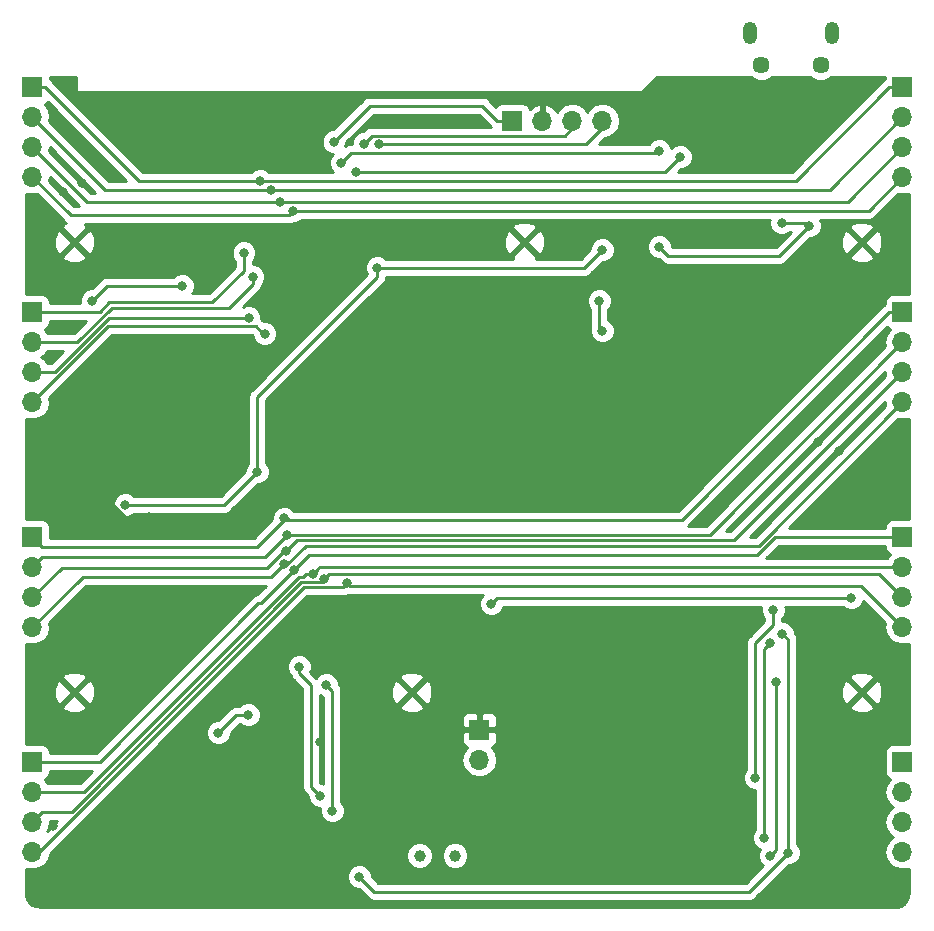
<source format=gbr>
G04 #@! TF.GenerationSoftware,KiCad,Pcbnew,(5.0.0)*
G04 #@! TF.CreationDate,2019-06-08T15:20:39-06:00*
G04 #@! TF.ProjectId,4x4_platform,3478345F706C6174666F726D2E6B6963,rev?*
G04 #@! TF.SameCoordinates,Original*
G04 #@! TF.FileFunction,Copper,L2,Bot,Signal*
G04 #@! TF.FilePolarity,Positive*
%FSLAX46Y46*%
G04 Gerber Fmt 4.6, Leading zero omitted, Abs format (unit mm)*
G04 Created by KiCad (PCBNEW (5.0.0)) date 06/08/19 15:20:39*
%MOMM*%
%LPD*%
G01*
G04 APERTURE LIST*
G04 #@! TA.AperFunction,ComponentPad*
%ADD10R,1.700000X1.700000*%
G04 #@! TD*
G04 #@! TA.AperFunction,ComponentPad*
%ADD11O,1.700000X1.700000*%
G04 #@! TD*
G04 #@! TA.AperFunction,WasherPad*
%ADD12C,1.000000*%
G04 #@! TD*
G04 #@! TA.AperFunction,ComponentPad*
%ADD13C,1.450000*%
G04 #@! TD*
G04 #@! TA.AperFunction,ComponentPad*
%ADD14O,1.200000X1.900000*%
G04 #@! TD*
G04 #@! TA.AperFunction,ViaPad*
%ADD15C,0.800000*%
G04 #@! TD*
G04 #@! TA.AperFunction,Conductor*
%ADD16C,0.250000*%
G04 #@! TD*
G04 #@! TA.AperFunction,Conductor*
%ADD17C,0.254000*%
G04 #@! TD*
G04 APERTURE END LIST*
D10*
G04 #@! TO.P,J1,1*
G04 #@! TO.N,ROW1*
X77470000Y-82232500D03*
D11*
G04 #@! TO.P,J1,2*
G04 #@! TO.N,ROW2*
X77470000Y-84772500D03*
G04 #@! TO.P,J1,3*
G04 #@! TO.N,ROW3*
X77470000Y-87312500D03*
G04 #@! TO.P,J1,4*
G04 #@! TO.N,ROW4*
X77470000Y-89852500D03*
G04 #@! TD*
G04 #@! TO.P,J2,4*
G04 #@! TO.N,COL4*
X77470000Y-108902500D03*
G04 #@! TO.P,J2,3*
G04 #@! TO.N,COL3*
X77470000Y-106362500D03*
G04 #@! TO.P,J2,2*
G04 #@! TO.N,COL2*
X77470000Y-103822500D03*
D10*
G04 #@! TO.P,J2,1*
G04 #@! TO.N,COL1*
X77470000Y-101282500D03*
G04 #@! TD*
G04 #@! TO.P,J3,1*
G04 #@! TO.N,COL5*
X77470000Y-120332500D03*
D11*
G04 #@! TO.P,J3,2*
G04 #@! TO.N,COL6*
X77470000Y-122872500D03*
G04 #@! TO.P,J3,3*
G04 #@! TO.N,COL7*
X77470000Y-125412500D03*
G04 #@! TO.P,J3,4*
G04 #@! TO.N,COL8*
X77470000Y-127952500D03*
G04 #@! TD*
G04 #@! TO.P,J4,4*
G04 #@! TO.N,COL12*
X77470000Y-147002500D03*
G04 #@! TO.P,J4,3*
G04 #@! TO.N,COL11*
X77470000Y-144462500D03*
G04 #@! TO.P,J4,2*
G04 #@! TO.N,COL10*
X77470000Y-141922500D03*
D10*
G04 #@! TO.P,J4,1*
G04 #@! TO.N,COL9*
X77470000Y-139382500D03*
G04 #@! TD*
G04 #@! TO.P,J5,1*
G04 #@! TO.N,ROW1*
X151130000Y-82232500D03*
D11*
G04 #@! TO.P,J5,2*
G04 #@! TO.N,ROW2*
X151130000Y-84772500D03*
G04 #@! TO.P,J5,3*
G04 #@! TO.N,ROW3*
X151130000Y-87312500D03*
G04 #@! TO.P,J5,4*
G04 #@! TO.N,ROW4*
X151130000Y-89852500D03*
G04 #@! TD*
G04 #@! TO.P,J6,4*
G04 #@! TO.N,COL8*
X151130000Y-108902500D03*
G04 #@! TO.P,J6,3*
G04 #@! TO.N,COL7*
X151130000Y-106362500D03*
G04 #@! TO.P,J6,2*
G04 #@! TO.N,COL6*
X151130000Y-103822500D03*
D10*
G04 #@! TO.P,J6,1*
G04 #@! TO.N,COL5*
X151130000Y-101282500D03*
G04 #@! TD*
G04 #@! TO.P,J7,1*
G04 #@! TO.N,COL9*
X151130000Y-120332500D03*
D11*
G04 #@! TO.P,J7,2*
G04 #@! TO.N,COL10*
X151130000Y-122872500D03*
G04 #@! TO.P,J7,3*
G04 #@! TO.N,COL11*
X151130000Y-125412500D03*
G04 #@! TO.P,J7,4*
G04 #@! TO.N,COL12*
X151130000Y-127952500D03*
G04 #@! TD*
G04 #@! TO.P,J8,4*
G04 #@! TO.N,COL16*
X151130000Y-147002500D03*
G04 #@! TO.P,J8,3*
G04 #@! TO.N,COL15*
X151130000Y-144462500D03*
G04 #@! TO.P,J8,2*
G04 #@! TO.N,COL14*
X151130000Y-141922500D03*
D10*
G04 #@! TO.P,J8,1*
G04 #@! TO.N,COL13*
X151130000Y-139382500D03*
G04 #@! TD*
G04 #@! TO.P,J9,1*
G04 #@! TO.N,VCC*
X118110000Y-85090000D03*
D11*
G04 #@! TO.P,J9,2*
G04 #@! TO.N,GND*
X120650000Y-85090000D03*
G04 #@! TO.P,J9,3*
G04 #@! TO.N,SWDCLK*
X123190000Y-85090000D03*
G04 #@! TO.P,J9,4*
G04 #@! TO.N,SWDIO*
X125730000Y-85090000D03*
G04 #@! TD*
D12*
G04 #@! TO.P,SW1,*
G04 #@! TO.N,*
X110260000Y-147320000D03*
X113260000Y-147320000D03*
G04 #@! TD*
D13*
G04 #@! TO.P,J17,6*
G04 #@! TO.N,Net-(J17-Pad6)*
X144206600Y-80354900D03*
X139206600Y-80354900D03*
D14*
X145206600Y-77654900D03*
X138206600Y-77654900D03*
G04 #@! TD*
D10*
G04 #@! TO.P,J10,1*
G04 #@! TO.N,GND*
X115316000Y-136652000D03*
D11*
G04 #@! TO.P,J10,2*
G04 #@! TO.N,Net-(J10-Pad2)*
X115316000Y-139192000D03*
G04 #@! TD*
D15*
G04 #@! TO.N,ROW1*
X96774000Y-90170000D03*
G04 #@! TO.N,ROW2*
X97663000Y-90932000D03*
G04 #@! TO.N,ROW3*
X98425000Y-91947994D03*
G04 #@! TO.N,ROW4*
X99568000Y-92710000D03*
G04 #@! TO.N,COL4*
X97155000Y-103124000D03*
G04 #@! TO.N,COL3*
X95810480Y-101763990D03*
G04 #@! TO.N,COL2*
X96139000Y-98298000D03*
G04 #@! TO.N,COL1*
X95377000Y-96266000D03*
G04 #@! TO.N,COL5*
X98806000Y-118745000D03*
G04 #@! TO.N,COL6*
X99060000Y-120142002D03*
G04 #@! TO.N,COL7*
X98933000Y-121539000D03*
G04 #@! TO.N,COL8*
X98747307Y-122621133D03*
G04 #@! TO.N,COL12*
X104140000Y-124206000D03*
G04 #@! TO.N,COL11*
X102179221Y-123880989D03*
G04 #@! TO.N,COL10*
X101225018Y-123430978D03*
G04 #@! TO.N,COL9*
X99656670Y-123107026D03*
G04 #@! TO.N,GND*
X99517200Y-99745800D03*
X102387400Y-97993200D03*
X104698800Y-96189800D03*
X107721400Y-102362000D03*
X97713800Y-85623400D03*
X87172800Y-85369400D03*
X146227800Y-117627400D03*
X141655800Y-111404400D03*
X101193600Y-112649000D03*
X103657400Y-112623600D03*
X97942400Y-96189800D03*
X114503200Y-84995001D03*
X82270600Y-87401400D03*
X81686400Y-90347800D03*
X80060800Y-91135200D03*
X80492600Y-102387400D03*
X79502000Y-104927400D03*
X80289400Y-140563600D03*
X143738600Y-121564400D03*
X138938000Y-88138000D03*
X139628990Y-82113010D03*
X79234105Y-144784575D03*
X87376000Y-118618000D03*
X84074000Y-117348000D03*
X108712000Y-138176000D03*
X97790000Y-147066000D03*
X106680000Y-143256000D03*
X104902000Y-137668000D03*
X98552000Y-137160000D03*
X101854000Y-137668000D03*
X144018000Y-112268000D03*
X145796000Y-113030000D03*
X133858000Y-98552000D03*
X119126000Y-148590000D03*
X144018000Y-136144000D03*
X147066000Y-141478000D03*
X150622000Y-116586000D03*
X150622000Y-97028000D03*
X146558000Y-82550000D03*
X124968000Y-115316000D03*
X137414000Y-127508000D03*
G04 #@! TO.N,VCC*
X102997000Y-86868000D03*
G04 #@! TO.N,RESET*
X125730000Y-96012000D03*
X106680000Y-97536000D03*
X96520000Y-114808000D03*
X85344000Y-117602000D03*
G04 #@! TO.N,SWDCLK*
X105537000Y-87031990D03*
G04 #@! TO.N,SWDIO*
X106807000Y-87085010D03*
G04 #@! TO.N,TXD*
X103632000Y-88646000D03*
X130556000Y-87630000D03*
G04 #@! TO.N,RXD*
X104902000Y-89408000D03*
X132334000Y-88138004D03*
G04 #@! TO.N,BLUELED*
X139446000Y-145796000D03*
X139954000Y-129286000D03*
G04 #@! TO.N,REDLED*
X139954000Y-147320000D03*
X140462000Y-132587998D03*
G04 #@! TO.N,Net-(C9-Pad1)*
X143256000Y-93980000D03*
X130556000Y-95758000D03*
X140905400Y-93726000D03*
G04 #@! TO.N,VBUS*
X146812000Y-125476000D03*
X116332000Y-125984000D03*
G04 #@! TO.N,VBATT*
X93218000Y-136906000D03*
X95758000Y-135382000D03*
G04 #@! TO.N,Net-(C14-Pad1)*
X90170000Y-99060000D03*
X82550000Y-100330000D03*
G04 #@! TO.N,Net-(D9-Pad1)*
X102870000Y-143510000D03*
X102362000Y-132842000D03*
G04 #@! TO.N,Net-(D10-Pad1)*
X101854000Y-142240000D03*
X100076000Y-131318000D03*
G04 #@! TO.N,Net-(Q2-Pad3)*
X105156000Y-149098000D03*
X141478000Y-147066000D03*
X140970000Y-128524000D03*
G04 #@! TO.N,WS2812B*
X125476000Y-100330000D03*
X125730000Y-102870000D03*
X140208002Y-126492000D03*
X138684000Y-140716000D03*
G04 #@! TD*
D16*
G04 #@! TO.N,ROW1*
X78570000Y-82232500D02*
X86507500Y-90170000D01*
X86507500Y-90170000D02*
X96774000Y-90170000D01*
X151130000Y-82232500D02*
X150030000Y-82232500D01*
X77470000Y-82232500D02*
X78570000Y-82232500D01*
X150030000Y-82232500D02*
X142092500Y-90170000D01*
X142092500Y-90170000D02*
X96774000Y-90170000D01*
G04 #@! TO.N,ROW2*
X144970500Y-90932000D02*
X98228685Y-90932000D01*
X151130000Y-84772500D02*
X144970500Y-90932000D01*
X98228685Y-90932000D02*
X97663000Y-90932000D01*
X97097315Y-90932000D02*
X97663000Y-90932000D01*
X83629500Y-90932000D02*
X97097315Y-90932000D01*
X77470000Y-84772500D02*
X83629500Y-90932000D01*
G04 #@! TO.N,ROW3*
X77470000Y-87312500D02*
X82105494Y-91947994D01*
X151130000Y-87312500D02*
X146494506Y-91947994D01*
X82105494Y-91947994D02*
X97859315Y-91947994D01*
X98990685Y-91947994D02*
X98425000Y-91947994D01*
X146494506Y-91947994D02*
X98990685Y-91947994D01*
X97859315Y-91947994D02*
X98425000Y-91947994D01*
G04 #@! TO.N,ROW4*
X148272500Y-92710000D02*
X100133685Y-92710000D01*
X151130000Y-89852500D02*
X148272500Y-92710000D01*
X100133685Y-92710000D02*
X99568000Y-92710000D01*
X99168001Y-93109999D02*
X99568000Y-92710000D01*
X77470000Y-89852500D02*
X80727499Y-93109999D01*
X80727499Y-93109999D02*
X99168001Y-93109999D01*
G04 #@! TO.N,COL4*
X96393000Y-102489000D02*
X97028000Y-103124000D01*
X83883500Y-102489000D02*
X96393000Y-102489000D01*
X97028000Y-103124000D02*
X97155000Y-103124000D01*
X77470000Y-108902500D02*
X83883500Y-102489000D01*
G04 #@! TO.N,COL3*
X77470000Y-106362500D02*
X79373589Y-106362500D01*
X83972099Y-101763990D02*
X95244795Y-101763990D01*
X79373589Y-106362500D02*
X83972099Y-101763990D01*
X95244795Y-101763990D02*
X95810480Y-101763990D01*
G04 #@! TO.N,COL2*
X78672081Y-103822500D02*
X77470000Y-103822500D01*
X81277178Y-103822500D02*
X78672081Y-103822500D01*
X84192667Y-100907011D02*
X81277178Y-103822500D01*
X94164989Y-100907011D02*
X84192667Y-100907011D01*
X96139000Y-98298000D02*
X96139000Y-98933000D01*
X96139000Y-98933000D02*
X94164989Y-100907011D01*
G04 #@! TO.N,COL1*
X95377000Y-97790000D02*
X95377000Y-96266000D01*
X92710000Y-100457000D02*
X95377000Y-97790000D01*
X84006267Y-100457000D02*
X92710000Y-100457000D01*
X77470000Y-101282500D02*
X83180768Y-101282499D01*
X83180768Y-101282499D02*
X84006267Y-100457000D01*
G04 #@! TO.N,COL5*
X150030000Y-101282500D02*
X151130000Y-101282500D01*
X132440500Y-118872000D02*
X150030000Y-101282500D01*
X98806000Y-118872000D02*
X132440500Y-118872000D01*
X99060000Y-118745000D02*
X98806000Y-118745000D01*
X98806000Y-118872000D02*
X99187000Y-118872000D01*
X99187000Y-118872000D02*
X99060000Y-118745000D01*
X97409000Y-120269000D02*
X98806000Y-118872000D01*
X96520000Y-121158000D02*
X97409000Y-120269000D01*
X77470000Y-120332500D02*
X78295500Y-121158000D01*
X78295500Y-121158000D02*
X96520000Y-121158000D01*
G04 #@! TO.N,COL6*
X134810498Y-120142002D02*
X99625685Y-120142002D01*
X151130000Y-103822500D02*
X134810498Y-120142002D01*
X99625685Y-120142002D02*
X99060000Y-120142002D01*
X78319999Y-122022501D02*
X97179501Y-122022501D01*
X97179501Y-122022501D02*
X98660001Y-120542001D01*
X77470000Y-122872500D02*
X78319999Y-122022501D01*
X98660001Y-120542001D02*
X99060000Y-120142002D01*
G04 #@! TO.N,COL7*
X136874515Y-120617985D02*
X99854015Y-120617985D01*
X99854015Y-120617985D02*
X99332999Y-121139001D01*
X151130000Y-106362500D02*
X136874515Y-120617985D01*
X99332999Y-121139001D02*
X98933000Y-121539000D01*
X98756436Y-121539000D02*
X98933000Y-121539000D01*
X97359436Y-122936000D02*
X98756436Y-121539000D01*
X77470000Y-125412500D02*
X79946500Y-122936000D01*
X79946500Y-122936000D02*
X97359436Y-122936000D01*
G04 #@! TO.N,COL8*
X98347308Y-123021132D02*
X98747307Y-122621133D01*
X97670440Y-123698000D02*
X98347308Y-123021132D01*
X77470000Y-127952500D02*
X81724500Y-123698000D01*
X81724500Y-123698000D02*
X97670440Y-123698000D01*
X99069561Y-122621133D02*
X98747307Y-122621133D01*
X100622698Y-121067996D02*
X99069561Y-122621133D01*
X138964504Y-121067996D02*
X100622698Y-121067996D01*
X151130000Y-108902500D02*
X138964504Y-121067996D01*
G04 #@! TO.N,COL12*
X104394000Y-124460000D02*
X104140000Y-124206000D01*
X151130000Y-127952500D02*
X147637500Y-124460000D01*
X147637500Y-124460000D02*
X104394000Y-124460000D01*
X103740001Y-124605999D02*
X104140000Y-124206000D01*
X78041500Y-147002500D02*
X100438001Y-124605999D01*
X77470000Y-147002500D02*
X78041500Y-147002500D01*
X100438001Y-124605999D02*
X103740001Y-124605999D01*
G04 #@! TO.N,COL11*
X78319999Y-143612501D02*
X80795089Y-143612501D01*
X101904222Y-124155988D02*
X102179221Y-123880989D01*
X77470000Y-144462500D02*
X78319999Y-143612501D01*
X151130000Y-125412500D02*
X149198490Y-123480990D01*
X149198490Y-123480990D02*
X102579220Y-123480990D01*
X102579220Y-123480990D02*
X102179221Y-123880989D01*
X80795089Y-143612501D02*
X100251601Y-124155988D01*
X100251601Y-124155988D02*
X101904222Y-124155988D01*
G04 #@! TO.N,COL10*
X101783496Y-122872500D02*
X101625017Y-123030979D01*
X151130000Y-122872500D02*
X101783496Y-122872500D01*
X77470000Y-141922500D02*
X81848678Y-141922500D01*
X100659333Y-123430978D02*
X101225018Y-123430978D01*
X100065201Y-123705977D02*
X100384334Y-123705977D01*
X81848678Y-141922500D02*
X100065201Y-123705977D01*
X100384334Y-123705977D02*
X100659333Y-123430978D01*
X101625017Y-123030979D02*
X101225018Y-123430978D01*
G04 #@! TO.N,COL9*
X83180767Y-139382500D02*
X96616265Y-125947002D01*
X77470000Y-139382500D02*
X83180767Y-139382500D01*
X96816694Y-125947002D02*
X99656670Y-123107026D01*
X96616265Y-125947002D02*
X96816694Y-125947002D01*
X100901685Y-121862011D02*
X99656670Y-123107026D01*
X138806900Y-121862011D02*
X100901685Y-121862011D01*
X151130000Y-120332500D02*
X140336411Y-120332500D01*
X140336411Y-120332500D02*
X138806900Y-121862011D01*
G04 #@! TO.N,GND*
X84074000Y-117405002D02*
X84074000Y-117348000D01*
X87376000Y-118618000D02*
X85286998Y-118618000D01*
X85286998Y-118618000D02*
X84074000Y-117405002D01*
X108712000Y-138176000D02*
X108712000Y-141224000D01*
X108712000Y-141224000D02*
X106680000Y-143256000D01*
X102870000Y-147066000D02*
X97790000Y-147066000D01*
X106680000Y-143256000D02*
X102870000Y-147066000D01*
G04 #@! TO.N,VCC*
X116840000Y-85090000D02*
X118110000Y-85090000D01*
X115570000Y-83820000D02*
X116840000Y-85090000D01*
X102997000Y-86868000D02*
X106045000Y-83820000D01*
X106045000Y-83820000D02*
X115570000Y-83820000D01*
G04 #@! TO.N,RESET*
X107245685Y-97536000D02*
X106680000Y-97536000D01*
X125730000Y-96012000D02*
X124206000Y-97536000D01*
X124206000Y-97536000D02*
X107245685Y-97536000D01*
X106680000Y-98101685D02*
X106680000Y-97536000D01*
X106680000Y-98298000D02*
X106680000Y-98101685D01*
X96520000Y-108458000D02*
X106680000Y-98298000D01*
X96520000Y-114808000D02*
X96520000Y-108458000D01*
X96520000Y-114808000D02*
X93726000Y-117602000D01*
X93726000Y-117602000D02*
X85909685Y-117602000D01*
X85909685Y-117602000D02*
X85344000Y-117602000D01*
G04 #@! TO.N,SWDCLK*
X105936999Y-86631991D02*
X105537000Y-87031990D01*
X106208990Y-86360000D02*
X105936999Y-86631991D01*
X122555000Y-86360000D02*
X106208990Y-86360000D01*
X123190000Y-85090000D02*
X123190000Y-85725000D01*
X123190000Y-85725000D02*
X122555000Y-86360000D01*
G04 #@! TO.N,SWDIO*
X107372685Y-87085010D02*
X106807000Y-87085010D01*
X124369990Y-87085010D02*
X107372685Y-87085010D01*
X125730000Y-85090000D02*
X125730000Y-85725000D01*
X125730000Y-85725000D02*
X124369990Y-87085010D01*
G04 #@! TO.N,TXD*
X104467988Y-87810012D02*
X104031999Y-88246001D01*
X104031999Y-88246001D02*
X103632000Y-88646000D01*
X104467988Y-87810012D02*
X130375988Y-87810012D01*
X130375988Y-87810012D02*
X130556000Y-87630000D01*
G04 #@! TO.N,RXD*
X104902000Y-89408000D02*
X105029000Y-89535000D01*
X131064004Y-89408000D02*
X131934001Y-88538003D01*
X104902000Y-89408000D02*
X131064004Y-89408000D01*
X131934001Y-88538003D02*
X132334000Y-88138004D01*
G04 #@! TO.N,BLUELED*
X139446000Y-145796000D02*
X139446000Y-129794000D01*
X139446000Y-129794000D02*
X139954000Y-129286000D01*
G04 #@! TO.N,REDLED*
X139954000Y-147320000D02*
X140462000Y-146812000D01*
X140462000Y-133153683D02*
X140462000Y-132587998D01*
X140462000Y-146812000D02*
X140462000Y-133153683D01*
G04 #@! TO.N,Net-(C9-Pad1)*
X143256000Y-93980000D02*
X140716000Y-96520000D01*
X140716000Y-96520000D02*
X131318000Y-96520000D01*
X131318000Y-96520000D02*
X130556000Y-95758000D01*
X143002000Y-93726000D02*
X143256000Y-93980000D01*
X140905400Y-93726000D02*
X143002000Y-93726000D01*
G04 #@! TO.N,VBUS*
X116731999Y-125584001D02*
X116332000Y-125984000D01*
X146812000Y-125476000D02*
X116840000Y-125476000D01*
X116840000Y-125476000D02*
X116731999Y-125584001D01*
G04 #@! TO.N,VBATT*
X93218000Y-136906000D02*
X94742000Y-135382000D01*
X94742000Y-135382000D02*
X95758000Y-135382000D01*
G04 #@! TO.N,Net-(C14-Pad1)*
X90170000Y-99060000D02*
X83820000Y-99060000D01*
X83820000Y-99060000D02*
X82550000Y-100330000D01*
G04 #@! TO.N,Net-(D9-Pad1)*
X102870000Y-143510000D02*
X102870000Y-133350000D01*
X102870000Y-133350000D02*
X102362000Y-132842000D01*
G04 #@! TO.N,Net-(D10-Pad1)*
X100076000Y-131883685D02*
X100076000Y-131318000D01*
X101092000Y-132899685D02*
X100076000Y-131883685D01*
X101854000Y-142240000D02*
X101092000Y-141478000D01*
X101092000Y-141478000D02*
X101092000Y-132899685D01*
G04 #@! TO.N,Net-(Q2-Pad3)*
X138176000Y-150368000D02*
X141478000Y-147066000D01*
X105156000Y-149098000D02*
X106426000Y-150368000D01*
X106426000Y-150368000D02*
X138176000Y-150368000D01*
X141478000Y-147066000D02*
X141478000Y-129032000D01*
X141478000Y-129032000D02*
X141369999Y-128923999D01*
X141369999Y-128923999D02*
X140970000Y-128524000D01*
G04 #@! TO.N,WS2812B*
X125476000Y-100330000D02*
X125476000Y-102616000D01*
X125476000Y-102616000D02*
X125730000Y-102870000D01*
X138684000Y-140150315D02*
X138684000Y-140716000D01*
X138684000Y-129286000D02*
X138684000Y-140150315D01*
X140208002Y-126492000D02*
X140208002Y-127761998D01*
X140208002Y-127761998D02*
X138684000Y-129286000D01*
G04 #@! TD*
D17*
G04 #@! TO.N,GND*
G36*
X115454569Y-125397720D02*
X115297000Y-125778126D01*
X115297000Y-126189874D01*
X115454569Y-126570280D01*
X115745720Y-126861431D01*
X116126126Y-127019000D01*
X116537874Y-127019000D01*
X116918280Y-126861431D01*
X117209431Y-126570280D01*
X117347894Y-126236000D01*
X139193765Y-126236000D01*
X139173002Y-126286126D01*
X139173002Y-126697874D01*
X139330571Y-127078280D01*
X139448003Y-127195712D01*
X139448003Y-127447195D01*
X138199530Y-128695669D01*
X138136071Y-128738071D01*
X137968096Y-128989464D01*
X137924000Y-129211149D01*
X137924000Y-129211153D01*
X137909112Y-129286000D01*
X137924000Y-129360847D01*
X137924001Y-140012288D01*
X137806569Y-140129720D01*
X137649000Y-140510126D01*
X137649000Y-140921874D01*
X137806569Y-141302280D01*
X138097720Y-141593431D01*
X138478126Y-141751000D01*
X138686000Y-141751000D01*
X138686000Y-145092289D01*
X138568569Y-145209720D01*
X138411000Y-145590126D01*
X138411000Y-146001874D01*
X138568569Y-146382280D01*
X138859720Y-146673431D01*
X139066128Y-146758928D01*
X138919000Y-147114126D01*
X138919000Y-147525874D01*
X139076569Y-147906280D01*
X139319744Y-148149455D01*
X137861199Y-149608000D01*
X106740802Y-149608000D01*
X106191000Y-149058199D01*
X106191000Y-148892126D01*
X106033431Y-148511720D01*
X105742280Y-148220569D01*
X105361874Y-148063000D01*
X104950126Y-148063000D01*
X104569720Y-148220569D01*
X104278569Y-148511720D01*
X104121000Y-148892126D01*
X104121000Y-149303874D01*
X104278569Y-149684280D01*
X104569720Y-149975431D01*
X104950126Y-150133000D01*
X105116199Y-150133000D01*
X105835671Y-150852473D01*
X105878071Y-150915929D01*
X106129463Y-151083904D01*
X106351148Y-151128000D01*
X106351152Y-151128000D01*
X106425999Y-151142888D01*
X106500846Y-151128000D01*
X138101153Y-151128000D01*
X138176000Y-151142888D01*
X138250847Y-151128000D01*
X138250852Y-151128000D01*
X138472537Y-151083904D01*
X138723929Y-150915929D01*
X138766331Y-150852470D01*
X141517802Y-148101000D01*
X141683874Y-148101000D01*
X142064280Y-147943431D01*
X142355431Y-147652280D01*
X142513000Y-147271874D01*
X142513000Y-146860126D01*
X142355431Y-146479720D01*
X142238000Y-146362289D01*
X142238000Y-134701868D01*
X146655737Y-134701868D01*
X146766641Y-134979099D01*
X147412593Y-135222323D01*
X148102453Y-135199836D01*
X148635359Y-134979099D01*
X148746263Y-134701868D01*
X147701000Y-133656605D01*
X146655737Y-134701868D01*
X142238000Y-134701868D01*
X142238000Y-133188593D01*
X145955677Y-133188593D01*
X145978164Y-133878453D01*
X146198901Y-134411359D01*
X146476132Y-134522263D01*
X147521395Y-133477000D01*
X147880605Y-133477000D01*
X148925868Y-134522263D01*
X149203099Y-134411359D01*
X149446323Y-133765407D01*
X149423836Y-133075547D01*
X149203099Y-132542641D01*
X148925868Y-132431737D01*
X147880605Y-133477000D01*
X147521395Y-133477000D01*
X146476132Y-132431737D01*
X146198901Y-132542641D01*
X145955677Y-133188593D01*
X142238000Y-133188593D01*
X142238000Y-132252132D01*
X146655737Y-132252132D01*
X147701000Y-133297395D01*
X148746263Y-132252132D01*
X148635359Y-131974901D01*
X147989407Y-131731677D01*
X147299547Y-131754164D01*
X146766641Y-131974901D01*
X146655737Y-132252132D01*
X142238000Y-132252132D01*
X142238000Y-129106846D01*
X142252888Y-129031999D01*
X142238000Y-128957152D01*
X142238000Y-128957148D01*
X142193904Y-128735463D01*
X142025929Y-128484071D01*
X142005000Y-128470087D01*
X142005000Y-128318126D01*
X141847431Y-127937720D01*
X141556280Y-127646569D01*
X141175874Y-127489000D01*
X140968002Y-127489000D01*
X140968002Y-127195711D01*
X141085433Y-127078280D01*
X141243002Y-126697874D01*
X141243002Y-126286126D01*
X141222239Y-126236000D01*
X146108289Y-126236000D01*
X146225720Y-126353431D01*
X146606126Y-126511000D01*
X147017874Y-126511000D01*
X147398280Y-126353431D01*
X147689431Y-126062280D01*
X147828716Y-125726017D01*
X149688791Y-127586092D01*
X149615908Y-127952500D01*
X149731161Y-128531918D01*
X150059375Y-129023125D01*
X150550582Y-129351339D01*
X150983744Y-129437500D01*
X151276256Y-129437500D01*
X151690000Y-129355201D01*
X151690000Y-137885060D01*
X150280000Y-137885060D01*
X150032235Y-137934343D01*
X149822191Y-138074691D01*
X149681843Y-138284735D01*
X149632560Y-138532500D01*
X149632560Y-140232500D01*
X149681843Y-140480265D01*
X149822191Y-140690309D01*
X150032235Y-140830657D01*
X150077619Y-140839684D01*
X150059375Y-140851875D01*
X149731161Y-141343082D01*
X149615908Y-141922500D01*
X149731161Y-142501918D01*
X150059375Y-142993125D01*
X150357761Y-143192500D01*
X150059375Y-143391875D01*
X149731161Y-143883082D01*
X149615908Y-144462500D01*
X149731161Y-145041918D01*
X150059375Y-145533125D01*
X150357761Y-145732500D01*
X150059375Y-145931875D01*
X149731161Y-146423082D01*
X149615908Y-147002500D01*
X149731161Y-147581918D01*
X150059375Y-148073125D01*
X150550582Y-148401339D01*
X150983744Y-148487500D01*
X151276256Y-148487500D01*
X151690000Y-148405201D01*
X151690000Y-150328773D01*
X151673751Y-150381922D01*
X151672423Y-150390803D01*
X151610774Y-150821276D01*
X151474352Y-151121322D01*
X151259200Y-151371018D01*
X150982614Y-151550292D01*
X150642479Y-151652013D01*
X150440530Y-151667021D01*
X150336016Y-151690000D01*
X78271227Y-151690000D01*
X78218078Y-151673751D01*
X78209197Y-151672423D01*
X77778724Y-151610774D01*
X77478678Y-151474352D01*
X77228982Y-151259200D01*
X77049708Y-150982614D01*
X76947987Y-150642479D01*
X76932979Y-150440530D01*
X76910000Y-150336016D01*
X76910000Y-148405201D01*
X77323744Y-148487500D01*
X77616256Y-148487500D01*
X78049418Y-148401339D01*
X78540625Y-148073125D01*
X78868839Y-147581918D01*
X78951264Y-147167537D01*
X79024567Y-147094234D01*
X109125000Y-147094234D01*
X109125000Y-147545766D01*
X109297793Y-147962926D01*
X109617074Y-148282207D01*
X110034234Y-148455000D01*
X110485766Y-148455000D01*
X110902926Y-148282207D01*
X111222207Y-147962926D01*
X111395000Y-147545766D01*
X111395000Y-147094234D01*
X112125000Y-147094234D01*
X112125000Y-147545766D01*
X112297793Y-147962926D01*
X112617074Y-148282207D01*
X113034234Y-148455000D01*
X113485766Y-148455000D01*
X113902926Y-148282207D01*
X114222207Y-147962926D01*
X114395000Y-147545766D01*
X114395000Y-147094234D01*
X114222207Y-146677074D01*
X113902926Y-146357793D01*
X113485766Y-146185000D01*
X113034234Y-146185000D01*
X112617074Y-146357793D01*
X112297793Y-146677074D01*
X112125000Y-147094234D01*
X111395000Y-147094234D01*
X111222207Y-146677074D01*
X110902926Y-146357793D01*
X110485766Y-146185000D01*
X110034234Y-146185000D01*
X109617074Y-146357793D01*
X109297793Y-146677074D01*
X109125000Y-147094234D01*
X79024567Y-147094234D01*
X89418675Y-136700126D01*
X92183000Y-136700126D01*
X92183000Y-137111874D01*
X92340569Y-137492280D01*
X92631720Y-137783431D01*
X93012126Y-137941000D01*
X93423874Y-137941000D01*
X93804280Y-137783431D01*
X94095431Y-137492280D01*
X94253000Y-137111874D01*
X94253000Y-136945802D01*
X95055546Y-136143257D01*
X95171720Y-136259431D01*
X95552126Y-136417000D01*
X95963874Y-136417000D01*
X96344280Y-136259431D01*
X96635431Y-135968280D01*
X96793000Y-135587874D01*
X96793000Y-135176126D01*
X96635431Y-134795720D01*
X96344280Y-134504569D01*
X95963874Y-134347000D01*
X95552126Y-134347000D01*
X95171720Y-134504569D01*
X95054289Y-134622000D01*
X94816846Y-134622000D01*
X94741999Y-134607112D01*
X94667152Y-134622000D01*
X94667148Y-134622000D01*
X94445463Y-134666096D01*
X94382902Y-134707898D01*
X94257526Y-134791671D01*
X94257524Y-134791673D01*
X94194071Y-134834071D01*
X94151673Y-134897524D01*
X93178198Y-135871000D01*
X93012126Y-135871000D01*
X92631720Y-136028569D01*
X92340569Y-136319720D01*
X92183000Y-136700126D01*
X89418675Y-136700126D01*
X95006675Y-131112126D01*
X99041000Y-131112126D01*
X99041000Y-131523874D01*
X99198569Y-131904280D01*
X99331687Y-132037398D01*
X99360096Y-132180221D01*
X99528071Y-132431614D01*
X99591530Y-132474016D01*
X100332001Y-133214488D01*
X100332000Y-141403153D01*
X100317112Y-141478000D01*
X100332000Y-141552847D01*
X100332000Y-141552851D01*
X100376096Y-141774536D01*
X100544071Y-142025929D01*
X100607530Y-142068331D01*
X100819000Y-142279801D01*
X100819000Y-142445874D01*
X100976569Y-142826280D01*
X101267720Y-143117431D01*
X101648126Y-143275000D01*
X101847064Y-143275000D01*
X101835000Y-143304126D01*
X101835000Y-143715874D01*
X101992569Y-144096280D01*
X102283720Y-144387431D01*
X102664126Y-144545000D01*
X103075874Y-144545000D01*
X103456280Y-144387431D01*
X103747431Y-144096280D01*
X103905000Y-143715874D01*
X103905000Y-143304126D01*
X103747431Y-142923720D01*
X103630000Y-142806289D01*
X103630000Y-139192000D01*
X113801908Y-139192000D01*
X113917161Y-139771418D01*
X114245375Y-140262625D01*
X114736582Y-140590839D01*
X115169744Y-140677000D01*
X115462256Y-140677000D01*
X115895418Y-140590839D01*
X116386625Y-140262625D01*
X116714839Y-139771418D01*
X116830092Y-139192000D01*
X116714839Y-138612582D01*
X116386625Y-138121375D01*
X116364967Y-138106904D01*
X116525698Y-138040327D01*
X116704327Y-137861699D01*
X116801000Y-137628310D01*
X116801000Y-136937750D01*
X116642250Y-136779000D01*
X115443000Y-136779000D01*
X115443000Y-136799000D01*
X115189000Y-136799000D01*
X115189000Y-136779000D01*
X113989750Y-136779000D01*
X113831000Y-136937750D01*
X113831000Y-137628310D01*
X113927673Y-137861699D01*
X114106302Y-138040327D01*
X114267033Y-138106904D01*
X114245375Y-138121375D01*
X113917161Y-138612582D01*
X113801908Y-139192000D01*
X103630000Y-139192000D01*
X103630000Y-135675690D01*
X113831000Y-135675690D01*
X113831000Y-136366250D01*
X113989750Y-136525000D01*
X115189000Y-136525000D01*
X115189000Y-135325750D01*
X115443000Y-135325750D01*
X115443000Y-136525000D01*
X116642250Y-136525000D01*
X116801000Y-136366250D01*
X116801000Y-135675690D01*
X116704327Y-135442301D01*
X116525698Y-135263673D01*
X116292309Y-135167000D01*
X115601750Y-135167000D01*
X115443000Y-135325750D01*
X115189000Y-135325750D01*
X115030250Y-135167000D01*
X114339691Y-135167000D01*
X114106302Y-135263673D01*
X113927673Y-135442301D01*
X113831000Y-135675690D01*
X103630000Y-135675690D01*
X103630000Y-134701868D01*
X108555737Y-134701868D01*
X108666641Y-134979099D01*
X109312593Y-135222323D01*
X110002453Y-135199836D01*
X110535359Y-134979099D01*
X110646263Y-134701868D01*
X109601000Y-133656605D01*
X108555737Y-134701868D01*
X103630000Y-134701868D01*
X103630000Y-133424846D01*
X103644888Y-133349999D01*
X103630000Y-133275152D01*
X103630000Y-133275148D01*
X103612784Y-133188593D01*
X107855677Y-133188593D01*
X107878164Y-133878453D01*
X108098901Y-134411359D01*
X108376132Y-134522263D01*
X109421395Y-133477000D01*
X109780605Y-133477000D01*
X110825868Y-134522263D01*
X111103099Y-134411359D01*
X111346323Y-133765407D01*
X111323836Y-133075547D01*
X111103099Y-132542641D01*
X110825868Y-132431737D01*
X109780605Y-133477000D01*
X109421395Y-133477000D01*
X108376132Y-132431737D01*
X108098901Y-132542641D01*
X107855677Y-133188593D01*
X103612784Y-133188593D01*
X103585904Y-133053463D01*
X103483153Y-132899685D01*
X103460329Y-132865526D01*
X103460327Y-132865524D01*
X103417929Y-132802071D01*
X103397000Y-132788087D01*
X103397000Y-132636126D01*
X103239431Y-132255720D01*
X103235843Y-132252132D01*
X108555737Y-132252132D01*
X109601000Y-133297395D01*
X110646263Y-132252132D01*
X110535359Y-131974901D01*
X109889407Y-131731677D01*
X109199547Y-131754164D01*
X108666641Y-131974901D01*
X108555737Y-132252132D01*
X103235843Y-132252132D01*
X102948280Y-131964569D01*
X102567874Y-131807000D01*
X102156126Y-131807000D01*
X101775720Y-131964569D01*
X101503703Y-132236586D01*
X101017271Y-131750155D01*
X101111000Y-131523874D01*
X101111000Y-131112126D01*
X100953431Y-130731720D01*
X100662280Y-130440569D01*
X100281874Y-130283000D01*
X99870126Y-130283000D01*
X99489720Y-130440569D01*
X99198569Y-130731720D01*
X99041000Y-131112126D01*
X95006675Y-131112126D01*
X100752804Y-125365999D01*
X103665154Y-125365999D01*
X103740001Y-125380887D01*
X103814848Y-125365999D01*
X103814853Y-125365999D01*
X104036538Y-125321903D01*
X104157618Y-125241000D01*
X104345874Y-125241000D01*
X104371456Y-125230404D01*
X104393999Y-125234888D01*
X104468846Y-125220000D01*
X115632289Y-125220000D01*
X115454569Y-125397720D01*
X115454569Y-125397720D01*
G37*
X115454569Y-125397720D02*
X115297000Y-125778126D01*
X115297000Y-126189874D01*
X115454569Y-126570280D01*
X115745720Y-126861431D01*
X116126126Y-127019000D01*
X116537874Y-127019000D01*
X116918280Y-126861431D01*
X117209431Y-126570280D01*
X117347894Y-126236000D01*
X139193765Y-126236000D01*
X139173002Y-126286126D01*
X139173002Y-126697874D01*
X139330571Y-127078280D01*
X139448003Y-127195712D01*
X139448003Y-127447195D01*
X138199530Y-128695669D01*
X138136071Y-128738071D01*
X137968096Y-128989464D01*
X137924000Y-129211149D01*
X137924000Y-129211153D01*
X137909112Y-129286000D01*
X137924000Y-129360847D01*
X137924001Y-140012288D01*
X137806569Y-140129720D01*
X137649000Y-140510126D01*
X137649000Y-140921874D01*
X137806569Y-141302280D01*
X138097720Y-141593431D01*
X138478126Y-141751000D01*
X138686000Y-141751000D01*
X138686000Y-145092289D01*
X138568569Y-145209720D01*
X138411000Y-145590126D01*
X138411000Y-146001874D01*
X138568569Y-146382280D01*
X138859720Y-146673431D01*
X139066128Y-146758928D01*
X138919000Y-147114126D01*
X138919000Y-147525874D01*
X139076569Y-147906280D01*
X139319744Y-148149455D01*
X137861199Y-149608000D01*
X106740802Y-149608000D01*
X106191000Y-149058199D01*
X106191000Y-148892126D01*
X106033431Y-148511720D01*
X105742280Y-148220569D01*
X105361874Y-148063000D01*
X104950126Y-148063000D01*
X104569720Y-148220569D01*
X104278569Y-148511720D01*
X104121000Y-148892126D01*
X104121000Y-149303874D01*
X104278569Y-149684280D01*
X104569720Y-149975431D01*
X104950126Y-150133000D01*
X105116199Y-150133000D01*
X105835671Y-150852473D01*
X105878071Y-150915929D01*
X106129463Y-151083904D01*
X106351148Y-151128000D01*
X106351152Y-151128000D01*
X106425999Y-151142888D01*
X106500846Y-151128000D01*
X138101153Y-151128000D01*
X138176000Y-151142888D01*
X138250847Y-151128000D01*
X138250852Y-151128000D01*
X138472537Y-151083904D01*
X138723929Y-150915929D01*
X138766331Y-150852470D01*
X141517802Y-148101000D01*
X141683874Y-148101000D01*
X142064280Y-147943431D01*
X142355431Y-147652280D01*
X142513000Y-147271874D01*
X142513000Y-146860126D01*
X142355431Y-146479720D01*
X142238000Y-146362289D01*
X142238000Y-134701868D01*
X146655737Y-134701868D01*
X146766641Y-134979099D01*
X147412593Y-135222323D01*
X148102453Y-135199836D01*
X148635359Y-134979099D01*
X148746263Y-134701868D01*
X147701000Y-133656605D01*
X146655737Y-134701868D01*
X142238000Y-134701868D01*
X142238000Y-133188593D01*
X145955677Y-133188593D01*
X145978164Y-133878453D01*
X146198901Y-134411359D01*
X146476132Y-134522263D01*
X147521395Y-133477000D01*
X147880605Y-133477000D01*
X148925868Y-134522263D01*
X149203099Y-134411359D01*
X149446323Y-133765407D01*
X149423836Y-133075547D01*
X149203099Y-132542641D01*
X148925868Y-132431737D01*
X147880605Y-133477000D01*
X147521395Y-133477000D01*
X146476132Y-132431737D01*
X146198901Y-132542641D01*
X145955677Y-133188593D01*
X142238000Y-133188593D01*
X142238000Y-132252132D01*
X146655737Y-132252132D01*
X147701000Y-133297395D01*
X148746263Y-132252132D01*
X148635359Y-131974901D01*
X147989407Y-131731677D01*
X147299547Y-131754164D01*
X146766641Y-131974901D01*
X146655737Y-132252132D01*
X142238000Y-132252132D01*
X142238000Y-129106846D01*
X142252888Y-129031999D01*
X142238000Y-128957152D01*
X142238000Y-128957148D01*
X142193904Y-128735463D01*
X142025929Y-128484071D01*
X142005000Y-128470087D01*
X142005000Y-128318126D01*
X141847431Y-127937720D01*
X141556280Y-127646569D01*
X141175874Y-127489000D01*
X140968002Y-127489000D01*
X140968002Y-127195711D01*
X141085433Y-127078280D01*
X141243002Y-126697874D01*
X141243002Y-126286126D01*
X141222239Y-126236000D01*
X146108289Y-126236000D01*
X146225720Y-126353431D01*
X146606126Y-126511000D01*
X147017874Y-126511000D01*
X147398280Y-126353431D01*
X147689431Y-126062280D01*
X147828716Y-125726017D01*
X149688791Y-127586092D01*
X149615908Y-127952500D01*
X149731161Y-128531918D01*
X150059375Y-129023125D01*
X150550582Y-129351339D01*
X150983744Y-129437500D01*
X151276256Y-129437500D01*
X151690000Y-129355201D01*
X151690000Y-137885060D01*
X150280000Y-137885060D01*
X150032235Y-137934343D01*
X149822191Y-138074691D01*
X149681843Y-138284735D01*
X149632560Y-138532500D01*
X149632560Y-140232500D01*
X149681843Y-140480265D01*
X149822191Y-140690309D01*
X150032235Y-140830657D01*
X150077619Y-140839684D01*
X150059375Y-140851875D01*
X149731161Y-141343082D01*
X149615908Y-141922500D01*
X149731161Y-142501918D01*
X150059375Y-142993125D01*
X150357761Y-143192500D01*
X150059375Y-143391875D01*
X149731161Y-143883082D01*
X149615908Y-144462500D01*
X149731161Y-145041918D01*
X150059375Y-145533125D01*
X150357761Y-145732500D01*
X150059375Y-145931875D01*
X149731161Y-146423082D01*
X149615908Y-147002500D01*
X149731161Y-147581918D01*
X150059375Y-148073125D01*
X150550582Y-148401339D01*
X150983744Y-148487500D01*
X151276256Y-148487500D01*
X151690000Y-148405201D01*
X151690000Y-150328773D01*
X151673751Y-150381922D01*
X151672423Y-150390803D01*
X151610774Y-150821276D01*
X151474352Y-151121322D01*
X151259200Y-151371018D01*
X150982614Y-151550292D01*
X150642479Y-151652013D01*
X150440530Y-151667021D01*
X150336016Y-151690000D01*
X78271227Y-151690000D01*
X78218078Y-151673751D01*
X78209197Y-151672423D01*
X77778724Y-151610774D01*
X77478678Y-151474352D01*
X77228982Y-151259200D01*
X77049708Y-150982614D01*
X76947987Y-150642479D01*
X76932979Y-150440530D01*
X76910000Y-150336016D01*
X76910000Y-148405201D01*
X77323744Y-148487500D01*
X77616256Y-148487500D01*
X78049418Y-148401339D01*
X78540625Y-148073125D01*
X78868839Y-147581918D01*
X78951264Y-147167537D01*
X79024567Y-147094234D01*
X109125000Y-147094234D01*
X109125000Y-147545766D01*
X109297793Y-147962926D01*
X109617074Y-148282207D01*
X110034234Y-148455000D01*
X110485766Y-148455000D01*
X110902926Y-148282207D01*
X111222207Y-147962926D01*
X111395000Y-147545766D01*
X111395000Y-147094234D01*
X112125000Y-147094234D01*
X112125000Y-147545766D01*
X112297793Y-147962926D01*
X112617074Y-148282207D01*
X113034234Y-148455000D01*
X113485766Y-148455000D01*
X113902926Y-148282207D01*
X114222207Y-147962926D01*
X114395000Y-147545766D01*
X114395000Y-147094234D01*
X114222207Y-146677074D01*
X113902926Y-146357793D01*
X113485766Y-146185000D01*
X113034234Y-146185000D01*
X112617074Y-146357793D01*
X112297793Y-146677074D01*
X112125000Y-147094234D01*
X111395000Y-147094234D01*
X111222207Y-146677074D01*
X110902926Y-146357793D01*
X110485766Y-146185000D01*
X110034234Y-146185000D01*
X109617074Y-146357793D01*
X109297793Y-146677074D01*
X109125000Y-147094234D01*
X79024567Y-147094234D01*
X89418675Y-136700126D01*
X92183000Y-136700126D01*
X92183000Y-137111874D01*
X92340569Y-137492280D01*
X92631720Y-137783431D01*
X93012126Y-137941000D01*
X93423874Y-137941000D01*
X93804280Y-137783431D01*
X94095431Y-137492280D01*
X94253000Y-137111874D01*
X94253000Y-136945802D01*
X95055546Y-136143257D01*
X95171720Y-136259431D01*
X95552126Y-136417000D01*
X95963874Y-136417000D01*
X96344280Y-136259431D01*
X96635431Y-135968280D01*
X96793000Y-135587874D01*
X96793000Y-135176126D01*
X96635431Y-134795720D01*
X96344280Y-134504569D01*
X95963874Y-134347000D01*
X95552126Y-134347000D01*
X95171720Y-134504569D01*
X95054289Y-134622000D01*
X94816846Y-134622000D01*
X94741999Y-134607112D01*
X94667152Y-134622000D01*
X94667148Y-134622000D01*
X94445463Y-134666096D01*
X94382902Y-134707898D01*
X94257526Y-134791671D01*
X94257524Y-134791673D01*
X94194071Y-134834071D01*
X94151673Y-134897524D01*
X93178198Y-135871000D01*
X93012126Y-135871000D01*
X92631720Y-136028569D01*
X92340569Y-136319720D01*
X92183000Y-136700126D01*
X89418675Y-136700126D01*
X95006675Y-131112126D01*
X99041000Y-131112126D01*
X99041000Y-131523874D01*
X99198569Y-131904280D01*
X99331687Y-132037398D01*
X99360096Y-132180221D01*
X99528071Y-132431614D01*
X99591530Y-132474016D01*
X100332001Y-133214488D01*
X100332000Y-141403153D01*
X100317112Y-141478000D01*
X100332000Y-141552847D01*
X100332000Y-141552851D01*
X100376096Y-141774536D01*
X100544071Y-142025929D01*
X100607530Y-142068331D01*
X100819000Y-142279801D01*
X100819000Y-142445874D01*
X100976569Y-142826280D01*
X101267720Y-143117431D01*
X101648126Y-143275000D01*
X101847064Y-143275000D01*
X101835000Y-143304126D01*
X101835000Y-143715874D01*
X101992569Y-144096280D01*
X102283720Y-144387431D01*
X102664126Y-144545000D01*
X103075874Y-144545000D01*
X103456280Y-144387431D01*
X103747431Y-144096280D01*
X103905000Y-143715874D01*
X103905000Y-143304126D01*
X103747431Y-142923720D01*
X103630000Y-142806289D01*
X103630000Y-139192000D01*
X113801908Y-139192000D01*
X113917161Y-139771418D01*
X114245375Y-140262625D01*
X114736582Y-140590839D01*
X115169744Y-140677000D01*
X115462256Y-140677000D01*
X115895418Y-140590839D01*
X116386625Y-140262625D01*
X116714839Y-139771418D01*
X116830092Y-139192000D01*
X116714839Y-138612582D01*
X116386625Y-138121375D01*
X116364967Y-138106904D01*
X116525698Y-138040327D01*
X116704327Y-137861699D01*
X116801000Y-137628310D01*
X116801000Y-136937750D01*
X116642250Y-136779000D01*
X115443000Y-136779000D01*
X115443000Y-136799000D01*
X115189000Y-136799000D01*
X115189000Y-136779000D01*
X113989750Y-136779000D01*
X113831000Y-136937750D01*
X113831000Y-137628310D01*
X113927673Y-137861699D01*
X114106302Y-138040327D01*
X114267033Y-138106904D01*
X114245375Y-138121375D01*
X113917161Y-138612582D01*
X113801908Y-139192000D01*
X103630000Y-139192000D01*
X103630000Y-135675690D01*
X113831000Y-135675690D01*
X113831000Y-136366250D01*
X113989750Y-136525000D01*
X115189000Y-136525000D01*
X115189000Y-135325750D01*
X115443000Y-135325750D01*
X115443000Y-136525000D01*
X116642250Y-136525000D01*
X116801000Y-136366250D01*
X116801000Y-135675690D01*
X116704327Y-135442301D01*
X116525698Y-135263673D01*
X116292309Y-135167000D01*
X115601750Y-135167000D01*
X115443000Y-135325750D01*
X115189000Y-135325750D01*
X115030250Y-135167000D01*
X114339691Y-135167000D01*
X114106302Y-135263673D01*
X113927673Y-135442301D01*
X113831000Y-135675690D01*
X103630000Y-135675690D01*
X103630000Y-134701868D01*
X108555737Y-134701868D01*
X108666641Y-134979099D01*
X109312593Y-135222323D01*
X110002453Y-135199836D01*
X110535359Y-134979099D01*
X110646263Y-134701868D01*
X109601000Y-133656605D01*
X108555737Y-134701868D01*
X103630000Y-134701868D01*
X103630000Y-133424846D01*
X103644888Y-133349999D01*
X103630000Y-133275152D01*
X103630000Y-133275148D01*
X103612784Y-133188593D01*
X107855677Y-133188593D01*
X107878164Y-133878453D01*
X108098901Y-134411359D01*
X108376132Y-134522263D01*
X109421395Y-133477000D01*
X109780605Y-133477000D01*
X110825868Y-134522263D01*
X111103099Y-134411359D01*
X111346323Y-133765407D01*
X111323836Y-133075547D01*
X111103099Y-132542641D01*
X110825868Y-132431737D01*
X109780605Y-133477000D01*
X109421395Y-133477000D01*
X108376132Y-132431737D01*
X108098901Y-132542641D01*
X107855677Y-133188593D01*
X103612784Y-133188593D01*
X103585904Y-133053463D01*
X103483153Y-132899685D01*
X103460329Y-132865526D01*
X103460327Y-132865524D01*
X103417929Y-132802071D01*
X103397000Y-132788087D01*
X103397000Y-132636126D01*
X103239431Y-132255720D01*
X103235843Y-132252132D01*
X108555737Y-132252132D01*
X109601000Y-133297395D01*
X110646263Y-132252132D01*
X110535359Y-131974901D01*
X109889407Y-131731677D01*
X109199547Y-131754164D01*
X108666641Y-131974901D01*
X108555737Y-132252132D01*
X103235843Y-132252132D01*
X102948280Y-131964569D01*
X102567874Y-131807000D01*
X102156126Y-131807000D01*
X101775720Y-131964569D01*
X101503703Y-132236586D01*
X101017271Y-131750155D01*
X101111000Y-131523874D01*
X101111000Y-131112126D01*
X100953431Y-130731720D01*
X100662280Y-130440569D01*
X100281874Y-130283000D01*
X99870126Y-130283000D01*
X99489720Y-130440569D01*
X99198569Y-130731720D01*
X99041000Y-131112126D01*
X95006675Y-131112126D01*
X100752804Y-125365999D01*
X103665154Y-125365999D01*
X103740001Y-125380887D01*
X103814848Y-125365999D01*
X103814853Y-125365999D01*
X104036538Y-125321903D01*
X104157618Y-125241000D01*
X104345874Y-125241000D01*
X104371456Y-125230404D01*
X104393999Y-125234888D01*
X104468846Y-125220000D01*
X115632289Y-125220000D01*
X115454569Y-125397720D01*
G36*
X102110001Y-133857894D02*
X102110000Y-141225763D01*
X102059874Y-141205000D01*
X101893801Y-141205000D01*
X101852000Y-141163199D01*
X101852000Y-133751027D01*
X102110001Y-133857894D01*
X102110001Y-133857894D01*
G37*
X102110001Y-133857894D02*
X102110000Y-141225763D01*
X102059874Y-141205000D01*
X101893801Y-141205000D01*
X101852000Y-141163199D01*
X101852000Y-133751027D01*
X102110001Y-133857894D01*
G36*
X78751156Y-145218043D02*
X78868839Y-145041918D01*
X78984092Y-144462500D01*
X78966190Y-144372501D01*
X79596698Y-144372501D01*
X78751156Y-145218043D01*
X78751156Y-145218043D01*
G37*
X78751156Y-145218043D02*
X78868839Y-145041918D01*
X78984092Y-144462500D01*
X78966190Y-144372501D01*
X79596698Y-144372501D01*
X78751156Y-145218043D01*
G36*
X81533877Y-141162500D02*
X78748178Y-141162500D01*
X78540625Y-140851875D01*
X78522381Y-140839684D01*
X78567765Y-140830657D01*
X78777809Y-140690309D01*
X78918157Y-140480265D01*
X78967440Y-140232500D01*
X78967440Y-140142500D01*
X82553877Y-140142500D01*
X81533877Y-141162500D01*
X81533877Y-141162500D01*
G37*
X81533877Y-141162500D02*
X78748178Y-141162500D01*
X78540625Y-140851875D01*
X78522381Y-140839684D01*
X78567765Y-140830657D01*
X78777809Y-140690309D01*
X78918157Y-140480265D01*
X78967440Y-140232500D01*
X78967440Y-140142500D01*
X82553877Y-140142500D01*
X81533877Y-141162500D01*
G36*
X96492080Y-125196815D02*
X96319728Y-125231098D01*
X96319726Y-125231099D01*
X96319727Y-125231099D01*
X96131791Y-125356673D01*
X96131789Y-125356675D01*
X96068336Y-125399073D01*
X96025938Y-125462526D01*
X82865966Y-138622500D01*
X78967440Y-138622500D01*
X78967440Y-138532500D01*
X78918157Y-138284735D01*
X78777809Y-138074691D01*
X78567765Y-137934343D01*
X78320000Y-137885060D01*
X76910000Y-137885060D01*
X76910000Y-134701868D01*
X79980737Y-134701868D01*
X80091641Y-134979099D01*
X80737593Y-135222323D01*
X81427453Y-135199836D01*
X81960359Y-134979099D01*
X82071263Y-134701868D01*
X81026000Y-133656605D01*
X79980737Y-134701868D01*
X76910000Y-134701868D01*
X76910000Y-133188593D01*
X79280677Y-133188593D01*
X79303164Y-133878453D01*
X79523901Y-134411359D01*
X79801132Y-134522263D01*
X80846395Y-133477000D01*
X81205605Y-133477000D01*
X82250868Y-134522263D01*
X82528099Y-134411359D01*
X82771323Y-133765407D01*
X82748836Y-133075547D01*
X82528099Y-132542641D01*
X82250868Y-132431737D01*
X81205605Y-133477000D01*
X80846395Y-133477000D01*
X79801132Y-132431737D01*
X79523901Y-132542641D01*
X79280677Y-133188593D01*
X76910000Y-133188593D01*
X76910000Y-132252132D01*
X79980737Y-132252132D01*
X81026000Y-133297395D01*
X82071263Y-132252132D01*
X81960359Y-131974901D01*
X81314407Y-131731677D01*
X80624547Y-131754164D01*
X80091641Y-131974901D01*
X79980737Y-132252132D01*
X76910000Y-132252132D01*
X76910000Y-129355201D01*
X77323744Y-129437500D01*
X77616256Y-129437500D01*
X78049418Y-129351339D01*
X78540625Y-129023125D01*
X78868839Y-128531918D01*
X78984092Y-127952500D01*
X78911209Y-127586092D01*
X82039302Y-124458000D01*
X97230895Y-124458000D01*
X96492080Y-125196815D01*
X96492080Y-125196815D01*
G37*
X96492080Y-125196815D02*
X96319728Y-125231098D01*
X96319726Y-125231099D01*
X96319727Y-125231099D01*
X96131791Y-125356673D01*
X96131789Y-125356675D01*
X96068336Y-125399073D01*
X96025938Y-125462526D01*
X82865966Y-138622500D01*
X78967440Y-138622500D01*
X78967440Y-138532500D01*
X78918157Y-138284735D01*
X78777809Y-138074691D01*
X78567765Y-137934343D01*
X78320000Y-137885060D01*
X76910000Y-137885060D01*
X76910000Y-134701868D01*
X79980737Y-134701868D01*
X80091641Y-134979099D01*
X80737593Y-135222323D01*
X81427453Y-135199836D01*
X81960359Y-134979099D01*
X82071263Y-134701868D01*
X81026000Y-133656605D01*
X79980737Y-134701868D01*
X76910000Y-134701868D01*
X76910000Y-133188593D01*
X79280677Y-133188593D01*
X79303164Y-133878453D01*
X79523901Y-134411359D01*
X79801132Y-134522263D01*
X80846395Y-133477000D01*
X81205605Y-133477000D01*
X82250868Y-134522263D01*
X82528099Y-134411359D01*
X82771323Y-133765407D01*
X82748836Y-133075547D01*
X82528099Y-132542641D01*
X82250868Y-132431737D01*
X81205605Y-133477000D01*
X80846395Y-133477000D01*
X79801132Y-132431737D01*
X79523901Y-132542641D01*
X79280677Y-133188593D01*
X76910000Y-133188593D01*
X76910000Y-132252132D01*
X79980737Y-132252132D01*
X81026000Y-133297395D01*
X82071263Y-132252132D01*
X81960359Y-131974901D01*
X81314407Y-131731677D01*
X80624547Y-131754164D01*
X80091641Y-131974901D01*
X79980737Y-132252132D01*
X76910000Y-132252132D01*
X76910000Y-129355201D01*
X77323744Y-129437500D01*
X77616256Y-129437500D01*
X78049418Y-129351339D01*
X78540625Y-129023125D01*
X78868839Y-128531918D01*
X78984092Y-127952500D01*
X78911209Y-127586092D01*
X82039302Y-124458000D01*
X97230895Y-124458000D01*
X96492080Y-125196815D01*
G36*
X149632560Y-121182500D02*
X149681843Y-121430265D01*
X149822191Y-121640309D01*
X150032235Y-121780657D01*
X150077619Y-121789684D01*
X150059375Y-121801875D01*
X149851822Y-122112500D01*
X139631212Y-122112500D01*
X140651213Y-121092500D01*
X149632560Y-121092500D01*
X149632560Y-121182500D01*
X149632560Y-121182500D01*
G37*
X149632560Y-121182500D02*
X149681843Y-121430265D01*
X149822191Y-121640309D01*
X150032235Y-121780657D01*
X150077619Y-121789684D01*
X150059375Y-121801875D01*
X149851822Y-122112500D01*
X139631212Y-122112500D01*
X140651213Y-121092500D01*
X149632560Y-121092500D01*
X149632560Y-121182500D01*
G36*
X151690001Y-99785060D02*
X150280000Y-99785060D01*
X150032235Y-99834343D01*
X149822191Y-99974691D01*
X149681843Y-100184735D01*
X149632560Y-100432500D01*
X149632560Y-100634017D01*
X149545526Y-100692171D01*
X149545524Y-100692173D01*
X149482071Y-100734571D01*
X149439673Y-100798024D01*
X132125699Y-118112000D01*
X99636711Y-118112000D01*
X99392280Y-117867569D01*
X99011874Y-117710000D01*
X98600126Y-117710000D01*
X98219720Y-117867569D01*
X97928569Y-118158720D01*
X97771000Y-118539126D01*
X97771000Y-118832198D01*
X96924530Y-119678669D01*
X96924527Y-119678671D01*
X96205199Y-120398000D01*
X78967440Y-120398000D01*
X78967440Y-119482500D01*
X78918157Y-119234735D01*
X78777809Y-119024691D01*
X78567765Y-118884343D01*
X78320000Y-118835060D01*
X76910000Y-118835060D01*
X76910000Y-117396126D01*
X84309000Y-117396126D01*
X84309000Y-117807874D01*
X84466569Y-118188280D01*
X84757720Y-118479431D01*
X85138126Y-118637000D01*
X85549874Y-118637000D01*
X85930280Y-118479431D01*
X86047711Y-118362000D01*
X93651153Y-118362000D01*
X93726000Y-118376888D01*
X93800847Y-118362000D01*
X93800852Y-118362000D01*
X94022537Y-118317904D01*
X94273929Y-118149929D01*
X94316331Y-118086470D01*
X96559802Y-115843000D01*
X96725874Y-115843000D01*
X97106280Y-115685431D01*
X97397431Y-115394280D01*
X97555000Y-115013874D01*
X97555000Y-114602126D01*
X97397431Y-114221720D01*
X97280000Y-114104289D01*
X97280000Y-108772801D01*
X105928675Y-100124126D01*
X124441000Y-100124126D01*
X124441000Y-100535874D01*
X124598569Y-100916280D01*
X124716000Y-101033711D01*
X124716001Y-102541148D01*
X124701112Y-102616000D01*
X124705596Y-102638544D01*
X124695000Y-102664126D01*
X124695000Y-103075874D01*
X124852569Y-103456280D01*
X125143720Y-103747431D01*
X125524126Y-103905000D01*
X125935874Y-103905000D01*
X126316280Y-103747431D01*
X126607431Y-103456280D01*
X126765000Y-103075874D01*
X126765000Y-102664126D01*
X126607431Y-102283720D01*
X126316280Y-101992569D01*
X126236000Y-101959316D01*
X126236000Y-101033711D01*
X126353431Y-100916280D01*
X126511000Y-100535874D01*
X126511000Y-100124126D01*
X126353431Y-99743720D01*
X126062280Y-99452569D01*
X125681874Y-99295000D01*
X125270126Y-99295000D01*
X124889720Y-99452569D01*
X124598569Y-99743720D01*
X124441000Y-100124126D01*
X105928675Y-100124126D01*
X107164473Y-98888329D01*
X107227929Y-98845929D01*
X107367890Y-98636463D01*
X107395904Y-98594538D01*
X107405480Y-98546395D01*
X107440000Y-98372852D01*
X107440000Y-98372848D01*
X107454888Y-98298000D01*
X107454490Y-98296000D01*
X124131153Y-98296000D01*
X124206000Y-98310888D01*
X124280847Y-98296000D01*
X124280852Y-98296000D01*
X124502537Y-98251904D01*
X124753929Y-98083929D01*
X124796331Y-98020470D01*
X125769802Y-97047000D01*
X125935874Y-97047000D01*
X126316280Y-96889431D01*
X126607431Y-96598280D01*
X126765000Y-96217874D01*
X126765000Y-95806126D01*
X126607431Y-95425720D01*
X126316280Y-95134569D01*
X125935874Y-94977000D01*
X125524126Y-94977000D01*
X125143720Y-95134569D01*
X124852569Y-95425720D01*
X124695000Y-95806126D01*
X124695000Y-95972198D01*
X123891199Y-96776000D01*
X120101603Y-96776000D01*
X120171263Y-96601868D01*
X119126000Y-95556605D01*
X118080737Y-96601868D01*
X118150397Y-96776000D01*
X107383711Y-96776000D01*
X107266280Y-96658569D01*
X106885874Y-96501000D01*
X106474126Y-96501000D01*
X106093720Y-96658569D01*
X105802569Y-96949720D01*
X105645000Y-97330126D01*
X105645000Y-97741874D01*
X105796228Y-98106970D01*
X96035528Y-107867671D01*
X95972072Y-107910071D01*
X95929672Y-107973527D01*
X95929671Y-107973528D01*
X95804097Y-108161463D01*
X95745112Y-108458000D01*
X95760001Y-108532852D01*
X95760000Y-114104289D01*
X95642569Y-114221720D01*
X95485000Y-114602126D01*
X95485000Y-114768198D01*
X93411199Y-116842000D01*
X86047711Y-116842000D01*
X85930280Y-116724569D01*
X85549874Y-116567000D01*
X85138126Y-116567000D01*
X84757720Y-116724569D01*
X84466569Y-117015720D01*
X84309000Y-117396126D01*
X76910000Y-117396126D01*
X76910000Y-110305201D01*
X77323744Y-110387500D01*
X77616256Y-110387500D01*
X78049418Y-110301339D01*
X78540625Y-109973125D01*
X78868839Y-109481918D01*
X78984092Y-108902500D01*
X78911209Y-108536092D01*
X84198302Y-103249000D01*
X96078199Y-103249000D01*
X96120000Y-103290801D01*
X96120000Y-103329874D01*
X96277569Y-103710280D01*
X96568720Y-104001431D01*
X96949126Y-104159000D01*
X97360874Y-104159000D01*
X97741280Y-104001431D01*
X98032431Y-103710280D01*
X98190000Y-103329874D01*
X98190000Y-102918126D01*
X98032431Y-102537720D01*
X97741280Y-102246569D01*
X97360874Y-102089000D01*
X97067801Y-102089000D01*
X96983331Y-102004530D01*
X96940929Y-101941071D01*
X96845480Y-101877294D01*
X96845480Y-101558116D01*
X96687911Y-101177710D01*
X96396760Y-100886559D01*
X96016354Y-100728990D01*
X95604606Y-100728990D01*
X95285728Y-100861073D01*
X96623473Y-99523329D01*
X96686929Y-99480929D01*
X96854904Y-99229537D01*
X96899000Y-99007852D01*
X96899000Y-99007848D01*
X96900524Y-99000187D01*
X97016431Y-98884280D01*
X97174000Y-98503874D01*
X97174000Y-98092126D01*
X97016431Y-97711720D01*
X96725280Y-97420569D01*
X96344874Y-97263000D01*
X96137000Y-97263000D01*
X96137000Y-96969711D01*
X96254431Y-96852280D01*
X96412000Y-96471874D01*
X96412000Y-96060126D01*
X96254431Y-95679720D01*
X95963280Y-95388569D01*
X95582874Y-95231000D01*
X95171126Y-95231000D01*
X94790720Y-95388569D01*
X94499569Y-95679720D01*
X94342000Y-96060126D01*
X94342000Y-96471874D01*
X94499569Y-96852280D01*
X94617001Y-96969712D01*
X94617000Y-97475198D01*
X92395199Y-99697000D01*
X90996711Y-99697000D01*
X91047431Y-99646280D01*
X91205000Y-99265874D01*
X91205000Y-98854126D01*
X91047431Y-98473720D01*
X90756280Y-98182569D01*
X90375874Y-98025000D01*
X89964126Y-98025000D01*
X89583720Y-98182569D01*
X89466289Y-98300000D01*
X83894846Y-98300000D01*
X83819999Y-98285112D01*
X83745152Y-98300000D01*
X83745148Y-98300000D01*
X83523463Y-98344096D01*
X83272071Y-98512071D01*
X83229671Y-98575527D01*
X82510199Y-99295000D01*
X82344126Y-99295000D01*
X81963720Y-99452569D01*
X81672569Y-99743720D01*
X81515000Y-100124126D01*
X81515000Y-100522500D01*
X78967440Y-100522500D01*
X78967440Y-100432500D01*
X78918157Y-100184735D01*
X78777809Y-99974691D01*
X78567765Y-99834343D01*
X78320000Y-99785060D01*
X76910000Y-99785060D01*
X76910000Y-96601868D01*
X79980737Y-96601868D01*
X80091641Y-96879099D01*
X80737593Y-97122323D01*
X81427453Y-97099836D01*
X81960359Y-96879099D01*
X82071263Y-96601868D01*
X81026000Y-95556605D01*
X79980737Y-96601868D01*
X76910000Y-96601868D01*
X76910000Y-95088593D01*
X79280677Y-95088593D01*
X79303164Y-95778453D01*
X79523901Y-96311359D01*
X79801132Y-96422263D01*
X80846395Y-95377000D01*
X81205605Y-95377000D01*
X82250868Y-96422263D01*
X82528099Y-96311359D01*
X82771323Y-95665407D01*
X82752521Y-95088593D01*
X117380677Y-95088593D01*
X117403164Y-95778453D01*
X117623901Y-96311359D01*
X117901132Y-96422263D01*
X118946395Y-95377000D01*
X119305605Y-95377000D01*
X120350868Y-96422263D01*
X120628099Y-96311359D01*
X120871323Y-95665407D01*
X120848836Y-94975547D01*
X120628099Y-94442641D01*
X120350868Y-94331737D01*
X119305605Y-95377000D01*
X118946395Y-95377000D01*
X117901132Y-94331737D01*
X117623901Y-94442641D01*
X117380677Y-95088593D01*
X82752521Y-95088593D01*
X82748836Y-94975547D01*
X82528099Y-94442641D01*
X82250868Y-94331737D01*
X81205605Y-95377000D01*
X80846395Y-95377000D01*
X79801132Y-94331737D01*
X79523901Y-94442641D01*
X79280677Y-95088593D01*
X76910000Y-95088593D01*
X76910000Y-91255201D01*
X77323744Y-91337500D01*
X77616256Y-91337500D01*
X77836408Y-91293709D01*
X80137170Y-93594472D01*
X80179570Y-93657928D01*
X80346378Y-93769386D01*
X80091641Y-93874901D01*
X79980737Y-94152132D01*
X81026000Y-95197395D01*
X82071263Y-94152132D01*
X118080737Y-94152132D01*
X119126000Y-95197395D01*
X120171263Y-94152132D01*
X120060359Y-93874901D01*
X119414407Y-93631677D01*
X118724547Y-93654164D01*
X118191641Y-93874901D01*
X118080737Y-94152132D01*
X82071263Y-94152132D01*
X81960359Y-93874901D01*
X81947340Y-93869999D01*
X99093154Y-93869999D01*
X99168001Y-93884887D01*
X99242848Y-93869999D01*
X99242853Y-93869999D01*
X99464538Y-93825903D01*
X99585618Y-93745000D01*
X99773874Y-93745000D01*
X100154280Y-93587431D01*
X100271711Y-93470000D01*
X139891163Y-93470000D01*
X139870400Y-93520126D01*
X139870400Y-93931874D01*
X140027969Y-94312280D01*
X140319120Y-94603431D01*
X140699526Y-94761000D01*
X141111274Y-94761000D01*
X141491680Y-94603431D01*
X141609111Y-94486000D01*
X141675198Y-94486000D01*
X140401199Y-95760000D01*
X131632802Y-95760000D01*
X131591000Y-95718198D01*
X131591000Y-95552126D01*
X131433431Y-95171720D01*
X131142280Y-94880569D01*
X130761874Y-94723000D01*
X130350126Y-94723000D01*
X129969720Y-94880569D01*
X129678569Y-95171720D01*
X129521000Y-95552126D01*
X129521000Y-95963874D01*
X129678569Y-96344280D01*
X129969720Y-96635431D01*
X130350126Y-96793000D01*
X130516198Y-96793000D01*
X130727671Y-97004473D01*
X130770071Y-97067929D01*
X130833527Y-97110329D01*
X131021462Y-97235904D01*
X131069605Y-97245480D01*
X131243148Y-97280000D01*
X131243152Y-97280000D01*
X131318000Y-97294888D01*
X131392848Y-97280000D01*
X140641153Y-97280000D01*
X140716000Y-97294888D01*
X140790847Y-97280000D01*
X140790852Y-97280000D01*
X141012537Y-97235904D01*
X141263929Y-97067929D01*
X141306331Y-97004470D01*
X141708933Y-96601868D01*
X146655737Y-96601868D01*
X146766641Y-96879099D01*
X147412593Y-97122323D01*
X148102453Y-97099836D01*
X148635359Y-96879099D01*
X148746263Y-96601868D01*
X147701000Y-95556605D01*
X146655737Y-96601868D01*
X141708933Y-96601868D01*
X143222209Y-95088593D01*
X145955677Y-95088593D01*
X145978164Y-95778453D01*
X146198901Y-96311359D01*
X146476132Y-96422263D01*
X147521395Y-95377000D01*
X147880605Y-95377000D01*
X148925868Y-96422263D01*
X149203099Y-96311359D01*
X149446323Y-95665407D01*
X149423836Y-94975547D01*
X149203099Y-94442641D01*
X148925868Y-94331737D01*
X147880605Y-95377000D01*
X147521395Y-95377000D01*
X146476132Y-94331737D01*
X146198901Y-94442641D01*
X145955677Y-95088593D01*
X143222209Y-95088593D01*
X143295803Y-95015000D01*
X143461874Y-95015000D01*
X143842280Y-94857431D01*
X144133431Y-94566280D01*
X144291000Y-94185874D01*
X144291000Y-94152132D01*
X146655737Y-94152132D01*
X147701000Y-95197395D01*
X148746263Y-94152132D01*
X148635359Y-93874901D01*
X147989407Y-93631677D01*
X147299547Y-93654164D01*
X146766641Y-93874901D01*
X146655737Y-94152132D01*
X144291000Y-94152132D01*
X144291000Y-93774126D01*
X144165027Y-93470000D01*
X148197653Y-93470000D01*
X148272500Y-93484888D01*
X148347347Y-93470000D01*
X148347352Y-93470000D01*
X148569037Y-93425904D01*
X148820429Y-93257929D01*
X148862831Y-93194470D01*
X150763592Y-91293709D01*
X150983744Y-91337500D01*
X151276256Y-91337500D01*
X151690001Y-91255201D01*
X151690001Y-99785060D01*
X151690001Y-99785060D01*
G37*
X151690001Y-99785060D02*
X150280000Y-99785060D01*
X150032235Y-99834343D01*
X149822191Y-99974691D01*
X149681843Y-100184735D01*
X149632560Y-100432500D01*
X149632560Y-100634017D01*
X149545526Y-100692171D01*
X149545524Y-100692173D01*
X149482071Y-100734571D01*
X149439673Y-100798024D01*
X132125699Y-118112000D01*
X99636711Y-118112000D01*
X99392280Y-117867569D01*
X99011874Y-117710000D01*
X98600126Y-117710000D01*
X98219720Y-117867569D01*
X97928569Y-118158720D01*
X97771000Y-118539126D01*
X97771000Y-118832198D01*
X96924530Y-119678669D01*
X96924527Y-119678671D01*
X96205199Y-120398000D01*
X78967440Y-120398000D01*
X78967440Y-119482500D01*
X78918157Y-119234735D01*
X78777809Y-119024691D01*
X78567765Y-118884343D01*
X78320000Y-118835060D01*
X76910000Y-118835060D01*
X76910000Y-117396126D01*
X84309000Y-117396126D01*
X84309000Y-117807874D01*
X84466569Y-118188280D01*
X84757720Y-118479431D01*
X85138126Y-118637000D01*
X85549874Y-118637000D01*
X85930280Y-118479431D01*
X86047711Y-118362000D01*
X93651153Y-118362000D01*
X93726000Y-118376888D01*
X93800847Y-118362000D01*
X93800852Y-118362000D01*
X94022537Y-118317904D01*
X94273929Y-118149929D01*
X94316331Y-118086470D01*
X96559802Y-115843000D01*
X96725874Y-115843000D01*
X97106280Y-115685431D01*
X97397431Y-115394280D01*
X97555000Y-115013874D01*
X97555000Y-114602126D01*
X97397431Y-114221720D01*
X97280000Y-114104289D01*
X97280000Y-108772801D01*
X105928675Y-100124126D01*
X124441000Y-100124126D01*
X124441000Y-100535874D01*
X124598569Y-100916280D01*
X124716000Y-101033711D01*
X124716001Y-102541148D01*
X124701112Y-102616000D01*
X124705596Y-102638544D01*
X124695000Y-102664126D01*
X124695000Y-103075874D01*
X124852569Y-103456280D01*
X125143720Y-103747431D01*
X125524126Y-103905000D01*
X125935874Y-103905000D01*
X126316280Y-103747431D01*
X126607431Y-103456280D01*
X126765000Y-103075874D01*
X126765000Y-102664126D01*
X126607431Y-102283720D01*
X126316280Y-101992569D01*
X126236000Y-101959316D01*
X126236000Y-101033711D01*
X126353431Y-100916280D01*
X126511000Y-100535874D01*
X126511000Y-100124126D01*
X126353431Y-99743720D01*
X126062280Y-99452569D01*
X125681874Y-99295000D01*
X125270126Y-99295000D01*
X124889720Y-99452569D01*
X124598569Y-99743720D01*
X124441000Y-100124126D01*
X105928675Y-100124126D01*
X107164473Y-98888329D01*
X107227929Y-98845929D01*
X107367890Y-98636463D01*
X107395904Y-98594538D01*
X107405480Y-98546395D01*
X107440000Y-98372852D01*
X107440000Y-98372848D01*
X107454888Y-98298000D01*
X107454490Y-98296000D01*
X124131153Y-98296000D01*
X124206000Y-98310888D01*
X124280847Y-98296000D01*
X124280852Y-98296000D01*
X124502537Y-98251904D01*
X124753929Y-98083929D01*
X124796331Y-98020470D01*
X125769802Y-97047000D01*
X125935874Y-97047000D01*
X126316280Y-96889431D01*
X126607431Y-96598280D01*
X126765000Y-96217874D01*
X126765000Y-95806126D01*
X126607431Y-95425720D01*
X126316280Y-95134569D01*
X125935874Y-94977000D01*
X125524126Y-94977000D01*
X125143720Y-95134569D01*
X124852569Y-95425720D01*
X124695000Y-95806126D01*
X124695000Y-95972198D01*
X123891199Y-96776000D01*
X120101603Y-96776000D01*
X120171263Y-96601868D01*
X119126000Y-95556605D01*
X118080737Y-96601868D01*
X118150397Y-96776000D01*
X107383711Y-96776000D01*
X107266280Y-96658569D01*
X106885874Y-96501000D01*
X106474126Y-96501000D01*
X106093720Y-96658569D01*
X105802569Y-96949720D01*
X105645000Y-97330126D01*
X105645000Y-97741874D01*
X105796228Y-98106970D01*
X96035528Y-107867671D01*
X95972072Y-107910071D01*
X95929672Y-107973527D01*
X95929671Y-107973528D01*
X95804097Y-108161463D01*
X95745112Y-108458000D01*
X95760001Y-108532852D01*
X95760000Y-114104289D01*
X95642569Y-114221720D01*
X95485000Y-114602126D01*
X95485000Y-114768198D01*
X93411199Y-116842000D01*
X86047711Y-116842000D01*
X85930280Y-116724569D01*
X85549874Y-116567000D01*
X85138126Y-116567000D01*
X84757720Y-116724569D01*
X84466569Y-117015720D01*
X84309000Y-117396126D01*
X76910000Y-117396126D01*
X76910000Y-110305201D01*
X77323744Y-110387500D01*
X77616256Y-110387500D01*
X78049418Y-110301339D01*
X78540625Y-109973125D01*
X78868839Y-109481918D01*
X78984092Y-108902500D01*
X78911209Y-108536092D01*
X84198302Y-103249000D01*
X96078199Y-103249000D01*
X96120000Y-103290801D01*
X96120000Y-103329874D01*
X96277569Y-103710280D01*
X96568720Y-104001431D01*
X96949126Y-104159000D01*
X97360874Y-104159000D01*
X97741280Y-104001431D01*
X98032431Y-103710280D01*
X98190000Y-103329874D01*
X98190000Y-102918126D01*
X98032431Y-102537720D01*
X97741280Y-102246569D01*
X97360874Y-102089000D01*
X97067801Y-102089000D01*
X96983331Y-102004530D01*
X96940929Y-101941071D01*
X96845480Y-101877294D01*
X96845480Y-101558116D01*
X96687911Y-101177710D01*
X96396760Y-100886559D01*
X96016354Y-100728990D01*
X95604606Y-100728990D01*
X95285728Y-100861073D01*
X96623473Y-99523329D01*
X96686929Y-99480929D01*
X96854904Y-99229537D01*
X96899000Y-99007852D01*
X96899000Y-99007848D01*
X96900524Y-99000187D01*
X97016431Y-98884280D01*
X97174000Y-98503874D01*
X97174000Y-98092126D01*
X97016431Y-97711720D01*
X96725280Y-97420569D01*
X96344874Y-97263000D01*
X96137000Y-97263000D01*
X96137000Y-96969711D01*
X96254431Y-96852280D01*
X96412000Y-96471874D01*
X96412000Y-96060126D01*
X96254431Y-95679720D01*
X95963280Y-95388569D01*
X95582874Y-95231000D01*
X95171126Y-95231000D01*
X94790720Y-95388569D01*
X94499569Y-95679720D01*
X94342000Y-96060126D01*
X94342000Y-96471874D01*
X94499569Y-96852280D01*
X94617001Y-96969712D01*
X94617000Y-97475198D01*
X92395199Y-99697000D01*
X90996711Y-99697000D01*
X91047431Y-99646280D01*
X91205000Y-99265874D01*
X91205000Y-98854126D01*
X91047431Y-98473720D01*
X90756280Y-98182569D01*
X90375874Y-98025000D01*
X89964126Y-98025000D01*
X89583720Y-98182569D01*
X89466289Y-98300000D01*
X83894846Y-98300000D01*
X83819999Y-98285112D01*
X83745152Y-98300000D01*
X83745148Y-98300000D01*
X83523463Y-98344096D01*
X83272071Y-98512071D01*
X83229671Y-98575527D01*
X82510199Y-99295000D01*
X82344126Y-99295000D01*
X81963720Y-99452569D01*
X81672569Y-99743720D01*
X81515000Y-100124126D01*
X81515000Y-100522500D01*
X78967440Y-100522500D01*
X78967440Y-100432500D01*
X78918157Y-100184735D01*
X78777809Y-99974691D01*
X78567765Y-99834343D01*
X78320000Y-99785060D01*
X76910000Y-99785060D01*
X76910000Y-96601868D01*
X79980737Y-96601868D01*
X80091641Y-96879099D01*
X80737593Y-97122323D01*
X81427453Y-97099836D01*
X81960359Y-96879099D01*
X82071263Y-96601868D01*
X81026000Y-95556605D01*
X79980737Y-96601868D01*
X76910000Y-96601868D01*
X76910000Y-95088593D01*
X79280677Y-95088593D01*
X79303164Y-95778453D01*
X79523901Y-96311359D01*
X79801132Y-96422263D01*
X80846395Y-95377000D01*
X81205605Y-95377000D01*
X82250868Y-96422263D01*
X82528099Y-96311359D01*
X82771323Y-95665407D01*
X82752521Y-95088593D01*
X117380677Y-95088593D01*
X117403164Y-95778453D01*
X117623901Y-96311359D01*
X117901132Y-96422263D01*
X118946395Y-95377000D01*
X119305605Y-95377000D01*
X120350868Y-96422263D01*
X120628099Y-96311359D01*
X120871323Y-95665407D01*
X120848836Y-94975547D01*
X120628099Y-94442641D01*
X120350868Y-94331737D01*
X119305605Y-95377000D01*
X118946395Y-95377000D01*
X117901132Y-94331737D01*
X117623901Y-94442641D01*
X117380677Y-95088593D01*
X82752521Y-95088593D01*
X82748836Y-94975547D01*
X82528099Y-94442641D01*
X82250868Y-94331737D01*
X81205605Y-95377000D01*
X80846395Y-95377000D01*
X79801132Y-94331737D01*
X79523901Y-94442641D01*
X79280677Y-95088593D01*
X76910000Y-95088593D01*
X76910000Y-91255201D01*
X77323744Y-91337500D01*
X77616256Y-91337500D01*
X77836408Y-91293709D01*
X80137170Y-93594472D01*
X80179570Y-93657928D01*
X80346378Y-93769386D01*
X80091641Y-93874901D01*
X79980737Y-94152132D01*
X81026000Y-95197395D01*
X82071263Y-94152132D01*
X118080737Y-94152132D01*
X119126000Y-95197395D01*
X120171263Y-94152132D01*
X120060359Y-93874901D01*
X119414407Y-93631677D01*
X118724547Y-93654164D01*
X118191641Y-93874901D01*
X118080737Y-94152132D01*
X82071263Y-94152132D01*
X81960359Y-93874901D01*
X81947340Y-93869999D01*
X99093154Y-93869999D01*
X99168001Y-93884887D01*
X99242848Y-93869999D01*
X99242853Y-93869999D01*
X99464538Y-93825903D01*
X99585618Y-93745000D01*
X99773874Y-93745000D01*
X100154280Y-93587431D01*
X100271711Y-93470000D01*
X139891163Y-93470000D01*
X139870400Y-93520126D01*
X139870400Y-93931874D01*
X140027969Y-94312280D01*
X140319120Y-94603431D01*
X140699526Y-94761000D01*
X141111274Y-94761000D01*
X141491680Y-94603431D01*
X141609111Y-94486000D01*
X141675198Y-94486000D01*
X140401199Y-95760000D01*
X131632802Y-95760000D01*
X131591000Y-95718198D01*
X131591000Y-95552126D01*
X131433431Y-95171720D01*
X131142280Y-94880569D01*
X130761874Y-94723000D01*
X130350126Y-94723000D01*
X129969720Y-94880569D01*
X129678569Y-95171720D01*
X129521000Y-95552126D01*
X129521000Y-95963874D01*
X129678569Y-96344280D01*
X129969720Y-96635431D01*
X130350126Y-96793000D01*
X130516198Y-96793000D01*
X130727671Y-97004473D01*
X130770071Y-97067929D01*
X130833527Y-97110329D01*
X131021462Y-97235904D01*
X131069605Y-97245480D01*
X131243148Y-97280000D01*
X131243152Y-97280000D01*
X131318000Y-97294888D01*
X131392848Y-97280000D01*
X140641153Y-97280000D01*
X140716000Y-97294888D01*
X140790847Y-97280000D01*
X140790852Y-97280000D01*
X141012537Y-97235904D01*
X141263929Y-97067929D01*
X141306331Y-97004470D01*
X141708933Y-96601868D01*
X146655737Y-96601868D01*
X146766641Y-96879099D01*
X147412593Y-97122323D01*
X148102453Y-97099836D01*
X148635359Y-96879099D01*
X148746263Y-96601868D01*
X147701000Y-95556605D01*
X146655737Y-96601868D01*
X141708933Y-96601868D01*
X143222209Y-95088593D01*
X145955677Y-95088593D01*
X145978164Y-95778453D01*
X146198901Y-96311359D01*
X146476132Y-96422263D01*
X147521395Y-95377000D01*
X147880605Y-95377000D01*
X148925868Y-96422263D01*
X149203099Y-96311359D01*
X149446323Y-95665407D01*
X149423836Y-94975547D01*
X149203099Y-94442641D01*
X148925868Y-94331737D01*
X147880605Y-95377000D01*
X147521395Y-95377000D01*
X146476132Y-94331737D01*
X146198901Y-94442641D01*
X145955677Y-95088593D01*
X143222209Y-95088593D01*
X143295803Y-95015000D01*
X143461874Y-95015000D01*
X143842280Y-94857431D01*
X144133431Y-94566280D01*
X144291000Y-94185874D01*
X144291000Y-94152132D01*
X146655737Y-94152132D01*
X147701000Y-95197395D01*
X148746263Y-94152132D01*
X148635359Y-93874901D01*
X147989407Y-93631677D01*
X147299547Y-93654164D01*
X146766641Y-93874901D01*
X146655737Y-94152132D01*
X144291000Y-94152132D01*
X144291000Y-93774126D01*
X144165027Y-93470000D01*
X148197653Y-93470000D01*
X148272500Y-93484888D01*
X148347347Y-93470000D01*
X148347352Y-93470000D01*
X148569037Y-93425904D01*
X148820429Y-93257929D01*
X148862831Y-93194470D01*
X150763592Y-91293709D01*
X150983744Y-91337500D01*
X151276256Y-91337500D01*
X151690001Y-91255201D01*
X151690001Y-99785060D01*
G36*
X149688791Y-109268907D02*
X138649703Y-120307996D01*
X138259305Y-120307996D01*
X149624020Y-108943282D01*
X149688791Y-109268907D01*
X149688791Y-109268907D01*
G37*
X149688791Y-109268907D02*
X138649703Y-120307996D01*
X138259305Y-120307996D01*
X149624020Y-108943282D01*
X149688791Y-109268907D01*
G36*
X149688791Y-106728907D02*
X136559714Y-119857985D01*
X136169316Y-119857985D01*
X149624020Y-106403282D01*
X149688791Y-106728907D01*
X149688791Y-106728907D01*
G37*
X149688791Y-106728907D02*
X136559714Y-119857985D01*
X136169316Y-119857985D01*
X149624020Y-106403282D01*
X149688791Y-106728907D01*
G36*
X151690000Y-118835060D02*
X150280000Y-118835060D01*
X150032235Y-118884343D01*
X149822191Y-119024691D01*
X149681843Y-119234735D01*
X149632560Y-119482500D01*
X149632560Y-119572500D01*
X141534801Y-119572500D01*
X150763593Y-110343709D01*
X150983744Y-110387500D01*
X151276256Y-110387500D01*
X151690001Y-110305201D01*
X151690000Y-118835060D01*
X151690000Y-118835060D01*
G37*
X151690000Y-118835060D02*
X150280000Y-118835060D01*
X150032235Y-118884343D01*
X149822191Y-119024691D01*
X149681843Y-119234735D01*
X149632560Y-119482500D01*
X149632560Y-119572500D01*
X141534801Y-119572500D01*
X150763593Y-110343709D01*
X150983744Y-110387500D01*
X151276256Y-110387500D01*
X151690001Y-110305201D01*
X151690000Y-118835060D01*
G36*
X149822191Y-102590309D02*
X150032235Y-102730657D01*
X150077619Y-102739684D01*
X150059375Y-102751875D01*
X149731161Y-103243082D01*
X149615908Y-103822500D01*
X149688791Y-104188907D01*
X134495697Y-119382002D01*
X133013771Y-119382002D01*
X133030831Y-119356470D01*
X149812098Y-102575204D01*
X149822191Y-102590309D01*
X149822191Y-102590309D01*
G37*
X149822191Y-102590309D02*
X150032235Y-102730657D01*
X150077619Y-102739684D01*
X150059375Y-102751875D01*
X149731161Y-103243082D01*
X149615908Y-103822500D01*
X149688791Y-104188907D01*
X134495697Y-119382002D01*
X133013771Y-119382002D01*
X133030831Y-119356470D01*
X149812098Y-102575204D01*
X149822191Y-102590309D01*
G36*
X79058788Y-105602500D02*
X78748178Y-105602500D01*
X78540625Y-105291875D01*
X78242239Y-105092500D01*
X78540625Y-104893125D01*
X78748178Y-104582500D01*
X80078788Y-104582500D01*
X79058788Y-105602500D01*
X79058788Y-105602500D01*
G37*
X79058788Y-105602500D02*
X78748178Y-105602500D01*
X78540625Y-105291875D01*
X78242239Y-105092500D01*
X78540625Y-104893125D01*
X78748178Y-104582500D01*
X80078788Y-104582500D01*
X79058788Y-105602500D01*
G36*
X80962377Y-103062500D02*
X78748178Y-103062500D01*
X78540625Y-102751875D01*
X78522381Y-102739684D01*
X78567765Y-102730657D01*
X78777809Y-102590309D01*
X78918157Y-102380265D01*
X78967440Y-102132500D01*
X78967440Y-102042499D01*
X81982378Y-102042498D01*
X80962377Y-103062500D01*
X80962377Y-103062500D01*
G37*
X80962377Y-103062500D02*
X78748178Y-103062500D01*
X78540625Y-102751875D01*
X78522381Y-102739684D01*
X78567765Y-102730657D01*
X78777809Y-102590309D01*
X78918157Y-102380265D01*
X78967440Y-102132500D01*
X78967440Y-102042499D01*
X81982378Y-102042498D01*
X80962377Y-103062500D01*
G36*
X81432696Y-92349999D02*
X81042301Y-92349999D01*
X78911209Y-90218908D01*
X78975980Y-89893282D01*
X81432696Y-92349999D01*
X81432696Y-92349999D01*
G37*
X81432696Y-92349999D02*
X81042301Y-92349999D01*
X78911209Y-90218908D01*
X78975980Y-89893282D01*
X81432696Y-92349999D01*
G36*
X82810691Y-91187994D02*
X82420297Y-91187994D01*
X78911209Y-87678908D01*
X78975980Y-87353282D01*
X82810691Y-91187994D01*
X82810691Y-91187994D01*
G37*
X82810691Y-91187994D02*
X82420297Y-91187994D01*
X78911209Y-87678908D01*
X78975980Y-87353282D01*
X82810691Y-91187994D01*
G36*
X85434698Y-90172000D02*
X83944303Y-90172000D01*
X78911209Y-85138908D01*
X78984092Y-84772500D01*
X78868839Y-84193082D01*
X78540625Y-83701875D01*
X78522381Y-83689684D01*
X78567765Y-83680657D01*
X78777809Y-83540309D01*
X78787902Y-83525203D01*
X85434698Y-90172000D01*
X85434698Y-90172000D01*
G37*
X85434698Y-90172000D02*
X83944303Y-90172000D01*
X78911209Y-85138908D01*
X78984092Y-84772500D01*
X78868839Y-84193082D01*
X78540625Y-83701875D01*
X78522381Y-83689684D01*
X78567765Y-83680657D01*
X78777809Y-83540309D01*
X78787902Y-83525203D01*
X85434698Y-90172000D01*
G36*
X81153000Y-82550000D02*
X81162667Y-82598601D01*
X81190197Y-82639803D01*
X81231399Y-82667333D01*
X81280000Y-82677000D01*
X129032000Y-82677000D01*
X129080601Y-82667333D01*
X129121803Y-82639803D01*
X130354606Y-81407000D01*
X138335370Y-81407000D01*
X138436222Y-81507852D01*
X138936079Y-81714900D01*
X139477121Y-81714900D01*
X139976978Y-81507852D01*
X140077830Y-81407000D01*
X143335370Y-81407000D01*
X143436222Y-81507852D01*
X143936079Y-81714900D01*
X144477121Y-81714900D01*
X144976978Y-81507852D01*
X145077830Y-81407000D01*
X149632560Y-81407000D01*
X149632560Y-81584017D01*
X149482071Y-81684571D01*
X149439671Y-81748027D01*
X141777699Y-89410000D01*
X132136806Y-89410000D01*
X132373802Y-89173004D01*
X132539874Y-89173004D01*
X132920280Y-89015435D01*
X133211431Y-88724284D01*
X133369000Y-88343878D01*
X133369000Y-87932130D01*
X133211431Y-87551724D01*
X132920280Y-87260573D01*
X132539874Y-87103004D01*
X132128126Y-87103004D01*
X131747720Y-87260573D01*
X131588999Y-87419294D01*
X131433431Y-87043720D01*
X131142280Y-86752569D01*
X130761874Y-86595000D01*
X130350126Y-86595000D01*
X129969720Y-86752569D01*
X129678569Y-87043720D01*
X129675963Y-87050012D01*
X125479789Y-87050012D01*
X125974305Y-86555497D01*
X126309418Y-86488839D01*
X126800625Y-86160625D01*
X127128839Y-85669418D01*
X127244092Y-85090000D01*
X127128839Y-84510582D01*
X126800625Y-84019375D01*
X126309418Y-83691161D01*
X125876256Y-83605000D01*
X125583744Y-83605000D01*
X125150582Y-83691161D01*
X124659375Y-84019375D01*
X124460000Y-84317761D01*
X124260625Y-84019375D01*
X123769418Y-83691161D01*
X123336256Y-83605000D01*
X123043744Y-83605000D01*
X122610582Y-83691161D01*
X122119375Y-84019375D01*
X121906157Y-84338478D01*
X121845183Y-84208642D01*
X121416924Y-83818355D01*
X121006890Y-83648524D01*
X120777000Y-83769845D01*
X120777000Y-84963000D01*
X120797000Y-84963000D01*
X120797000Y-85217000D01*
X120777000Y-85217000D01*
X120777000Y-85237000D01*
X120523000Y-85237000D01*
X120523000Y-85217000D01*
X120503000Y-85217000D01*
X120503000Y-84963000D01*
X120523000Y-84963000D01*
X120523000Y-83769845D01*
X120293110Y-83648524D01*
X119883076Y-83818355D01*
X119578739Y-84095708D01*
X119558157Y-83992235D01*
X119417809Y-83782191D01*
X119207765Y-83641843D01*
X118960000Y-83592560D01*
X117260000Y-83592560D01*
X117012235Y-83641843D01*
X116802191Y-83782191D01*
X116724005Y-83899204D01*
X116160331Y-83335530D01*
X116117929Y-83272071D01*
X115866537Y-83104096D01*
X115644852Y-83060000D01*
X115644847Y-83060000D01*
X115570000Y-83045112D01*
X115495153Y-83060000D01*
X106119847Y-83060000D01*
X106045000Y-83045112D01*
X105970153Y-83060000D01*
X105970148Y-83060000D01*
X105748463Y-83104096D01*
X105497071Y-83272071D01*
X105454671Y-83335527D01*
X102957199Y-85833000D01*
X102791126Y-85833000D01*
X102410720Y-85990569D01*
X102119569Y-86281720D01*
X101962000Y-86662126D01*
X101962000Y-87073874D01*
X102119569Y-87454280D01*
X102410720Y-87745431D01*
X102791126Y-87903000D01*
X102911289Y-87903000D01*
X102754569Y-88059720D01*
X102597000Y-88440126D01*
X102597000Y-88851874D01*
X102754569Y-89232280D01*
X102932289Y-89410000D01*
X97477711Y-89410000D01*
X97360280Y-89292569D01*
X96979874Y-89135000D01*
X96568126Y-89135000D01*
X96187720Y-89292569D01*
X96070289Y-89410000D01*
X86822302Y-89410000D01*
X79160331Y-81748030D01*
X79117929Y-81684571D01*
X78967440Y-81584017D01*
X78967440Y-81407000D01*
X81153000Y-81407000D01*
X81153000Y-82550000D01*
X81153000Y-82550000D01*
G37*
X81153000Y-82550000D02*
X81162667Y-82598601D01*
X81190197Y-82639803D01*
X81231399Y-82667333D01*
X81280000Y-82677000D01*
X129032000Y-82677000D01*
X129080601Y-82667333D01*
X129121803Y-82639803D01*
X130354606Y-81407000D01*
X138335370Y-81407000D01*
X138436222Y-81507852D01*
X138936079Y-81714900D01*
X139477121Y-81714900D01*
X139976978Y-81507852D01*
X140077830Y-81407000D01*
X143335370Y-81407000D01*
X143436222Y-81507852D01*
X143936079Y-81714900D01*
X144477121Y-81714900D01*
X144976978Y-81507852D01*
X145077830Y-81407000D01*
X149632560Y-81407000D01*
X149632560Y-81584017D01*
X149482071Y-81684571D01*
X149439671Y-81748027D01*
X141777699Y-89410000D01*
X132136806Y-89410000D01*
X132373802Y-89173004D01*
X132539874Y-89173004D01*
X132920280Y-89015435D01*
X133211431Y-88724284D01*
X133369000Y-88343878D01*
X133369000Y-87932130D01*
X133211431Y-87551724D01*
X132920280Y-87260573D01*
X132539874Y-87103004D01*
X132128126Y-87103004D01*
X131747720Y-87260573D01*
X131588999Y-87419294D01*
X131433431Y-87043720D01*
X131142280Y-86752569D01*
X130761874Y-86595000D01*
X130350126Y-86595000D01*
X129969720Y-86752569D01*
X129678569Y-87043720D01*
X129675963Y-87050012D01*
X125479789Y-87050012D01*
X125974305Y-86555497D01*
X126309418Y-86488839D01*
X126800625Y-86160625D01*
X127128839Y-85669418D01*
X127244092Y-85090000D01*
X127128839Y-84510582D01*
X126800625Y-84019375D01*
X126309418Y-83691161D01*
X125876256Y-83605000D01*
X125583744Y-83605000D01*
X125150582Y-83691161D01*
X124659375Y-84019375D01*
X124460000Y-84317761D01*
X124260625Y-84019375D01*
X123769418Y-83691161D01*
X123336256Y-83605000D01*
X123043744Y-83605000D01*
X122610582Y-83691161D01*
X122119375Y-84019375D01*
X121906157Y-84338478D01*
X121845183Y-84208642D01*
X121416924Y-83818355D01*
X121006890Y-83648524D01*
X120777000Y-83769845D01*
X120777000Y-84963000D01*
X120797000Y-84963000D01*
X120797000Y-85217000D01*
X120777000Y-85217000D01*
X120777000Y-85237000D01*
X120523000Y-85237000D01*
X120523000Y-85217000D01*
X120503000Y-85217000D01*
X120503000Y-84963000D01*
X120523000Y-84963000D01*
X120523000Y-83769845D01*
X120293110Y-83648524D01*
X119883076Y-83818355D01*
X119578739Y-84095708D01*
X119558157Y-83992235D01*
X119417809Y-83782191D01*
X119207765Y-83641843D01*
X118960000Y-83592560D01*
X117260000Y-83592560D01*
X117012235Y-83641843D01*
X116802191Y-83782191D01*
X116724005Y-83899204D01*
X116160331Y-83335530D01*
X116117929Y-83272071D01*
X115866537Y-83104096D01*
X115644852Y-83060000D01*
X115644847Y-83060000D01*
X115570000Y-83045112D01*
X115495153Y-83060000D01*
X106119847Y-83060000D01*
X106045000Y-83045112D01*
X105970153Y-83060000D01*
X105970148Y-83060000D01*
X105748463Y-83104096D01*
X105497071Y-83272071D01*
X105454671Y-83335527D01*
X102957199Y-85833000D01*
X102791126Y-85833000D01*
X102410720Y-85990569D01*
X102119569Y-86281720D01*
X101962000Y-86662126D01*
X101962000Y-87073874D01*
X102119569Y-87454280D01*
X102410720Y-87745431D01*
X102791126Y-87903000D01*
X102911289Y-87903000D01*
X102754569Y-88059720D01*
X102597000Y-88440126D01*
X102597000Y-88851874D01*
X102754569Y-89232280D01*
X102932289Y-89410000D01*
X97477711Y-89410000D01*
X97360280Y-89292569D01*
X96979874Y-89135000D01*
X96568126Y-89135000D01*
X96187720Y-89292569D01*
X96070289Y-89410000D01*
X86822302Y-89410000D01*
X79160331Y-81748030D01*
X79117929Y-81684571D01*
X78967440Y-81584017D01*
X78967440Y-81407000D01*
X81153000Y-81407000D01*
X81153000Y-82550000D01*
G36*
X116249671Y-85574473D02*
X116266728Y-85600000D01*
X106283836Y-85600000D01*
X106208989Y-85585112D01*
X106134142Y-85600000D01*
X106134138Y-85600000D01*
X105912453Y-85644096D01*
X105661061Y-85812071D01*
X105618660Y-85875528D01*
X105497199Y-85996990D01*
X105331126Y-85996990D01*
X104950720Y-86154559D01*
X104659569Y-86445710D01*
X104502000Y-86826116D01*
X104502000Y-87041889D01*
X104467988Y-87035124D01*
X104393140Y-87050012D01*
X104393136Y-87050012D01*
X104171451Y-87094108D01*
X103967046Y-87230687D01*
X104032000Y-87073874D01*
X104032000Y-86907801D01*
X106359802Y-84580000D01*
X115255199Y-84580000D01*
X116249671Y-85574473D01*
X116249671Y-85574473D01*
G37*
X116249671Y-85574473D02*
X116266728Y-85600000D01*
X106283836Y-85600000D01*
X106208989Y-85585112D01*
X106134142Y-85600000D01*
X106134138Y-85600000D01*
X105912453Y-85644096D01*
X105661061Y-85812071D01*
X105618660Y-85875528D01*
X105497199Y-85996990D01*
X105331126Y-85996990D01*
X104950720Y-86154559D01*
X104659569Y-86445710D01*
X104502000Y-86826116D01*
X104502000Y-87041889D01*
X104467988Y-87035124D01*
X104393140Y-87050012D01*
X104393136Y-87050012D01*
X104171451Y-87094108D01*
X103967046Y-87230687D01*
X104032000Y-87073874D01*
X104032000Y-86907801D01*
X106359802Y-84580000D01*
X115255199Y-84580000D01*
X116249671Y-85574473D01*
G04 #@! TD*
M02*

</source>
